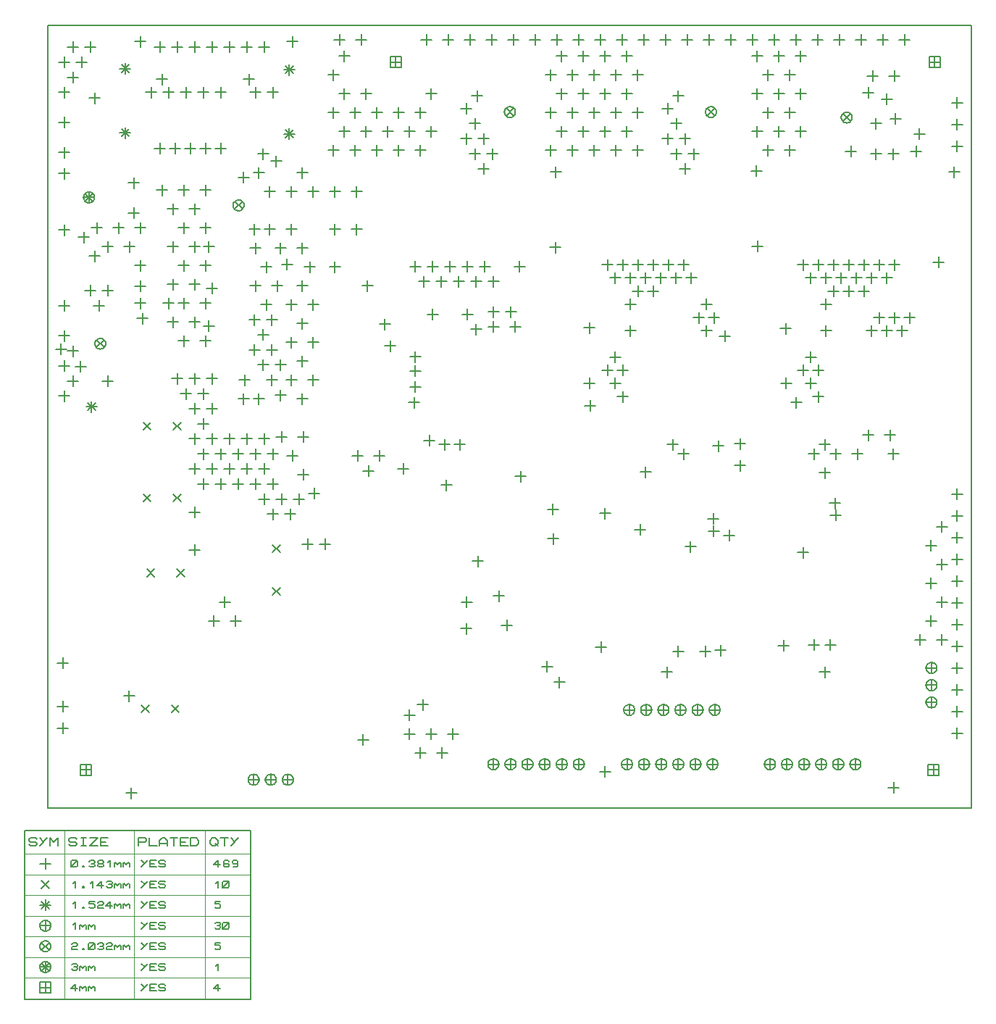
<source format=gbr>
G04 PROTEUS RS274X GERBER FILE*
%FSLAX45Y45*%
%MOMM*%
G01*
%ADD38C,0.203200*%
%ADD128C,0.127000*%
%ADD129C,0.063500*%
D38*
X+3213100Y-1434154D02*
X+3213100Y-1561154D01*
X+3149600Y-1497654D02*
X+3276600Y-1497654D01*
X+3213100Y-1244600D02*
X+3213100Y-1371600D01*
X+3149600Y-1308100D02*
X+3276600Y-1308100D01*
X+3213100Y-1082202D02*
X+3213100Y-1209202D01*
X+3149600Y-1145702D02*
X+3276600Y-1145702D01*
X+4127500Y-554274D02*
X+4127500Y-681274D01*
X+4064000Y-617774D02*
X+4191000Y-617774D01*
X+4330700Y-554274D02*
X+4330700Y-681274D01*
X+4267200Y-617774D02*
X+4394200Y-617774D01*
X+3314700Y-202322D02*
X+3314700Y-329322D01*
X+3251200Y-265822D02*
X+3378200Y-265822D01*
X+3517900Y-202322D02*
X+3517900Y-329322D01*
X+3454400Y-265822D02*
X+3581400Y-265822D01*
X+3721100Y-202322D02*
X+3721100Y-329322D01*
X+3657600Y-265822D02*
X+3784600Y-265822D01*
X+3924300Y-202322D02*
X+3924300Y-329322D01*
X+3860800Y-265822D02*
X+3987800Y-265822D01*
X+4127500Y-202322D02*
X+4127500Y-329322D01*
X+4064000Y-265822D02*
X+4191000Y-265822D01*
X+3213100Y-26346D02*
X+3213100Y-153346D01*
X+3149600Y-89846D02*
X+3276600Y-89846D01*
X+3416300Y-26346D02*
X+3416300Y-153346D01*
X+3352800Y-89846D02*
X+3479800Y-89846D01*
X+3619500Y-26346D02*
X+3619500Y-153346D01*
X+3556000Y-89846D02*
X+3683000Y-89846D01*
X+3822700Y-26346D02*
X+3822700Y-153346D01*
X+3759200Y-89846D02*
X+3886200Y-89846D01*
X+4025900Y-26346D02*
X+4025900Y-153346D01*
X+3962400Y-89846D02*
X+4089400Y-89846D01*
X+4432300Y-26346D02*
X+4432300Y-153346D01*
X+4368800Y-89846D02*
X+4495800Y-89846D01*
X+4013200Y+1115810D02*
X+4013200Y+988810D01*
X+3949700Y+1052310D02*
X+4076700Y+1052310D01*
X+3911600Y+1291786D02*
X+3911600Y+1164786D01*
X+3848100Y+1228286D02*
X+3975100Y+1228286D01*
X+4114800Y+1291786D02*
X+4114800Y+1164786D01*
X+4051300Y+1228286D02*
X+4178300Y+1228286D01*
X+3810000Y+1467762D02*
X+3810000Y+1340762D01*
X+3746500Y+1404262D02*
X+3873500Y+1404262D01*
X+4013200Y+1467762D02*
X+4013200Y+1340762D01*
X+3949700Y+1404262D02*
X+4076700Y+1404262D01*
X+3911600Y+1643738D02*
X+3911600Y+1516738D01*
X+3848100Y+1580238D02*
X+3975100Y+1580238D01*
X+3810000Y+1819714D02*
X+3810000Y+1692714D01*
X+3746500Y+1756214D02*
X+3873500Y+1756214D01*
X+3937000Y+1968500D02*
X+3937000Y+1841500D01*
X+3873500Y+1905000D02*
X+4000500Y+1905000D01*
X+8597900Y+1291786D02*
X+8597900Y+1164786D01*
X+8534400Y+1228286D02*
X+8661400Y+1228286D01*
X+8801100Y+1291786D02*
X+8801100Y+1164786D01*
X+8737600Y+1228286D02*
X+8864600Y+1228286D01*
X+8597900Y+1643738D02*
X+8597900Y+1516738D01*
X+8534400Y+1580238D02*
X+8661400Y+1580238D01*
X+8724900Y+1930400D02*
X+8724900Y+1803400D01*
X+8661400Y+1866900D02*
X+8788400Y+1866900D01*
X+6363969Y+1115810D02*
X+6363969Y+988810D01*
X+6300469Y+1052310D02*
X+6427469Y+1052310D01*
X+6262369Y+1291786D02*
X+6262369Y+1164786D01*
X+6198869Y+1228286D02*
X+6325869Y+1228286D01*
X+6465569Y+1291786D02*
X+6465569Y+1164786D01*
X+6402069Y+1228286D02*
X+6529069Y+1228286D01*
X+6160769Y+1467762D02*
X+6160769Y+1340762D01*
X+6097269Y+1404262D02*
X+6224269Y+1404262D01*
X+6363969Y+1467762D02*
X+6363969Y+1340762D01*
X+6300469Y+1404262D02*
X+6427469Y+1404262D01*
X+6262369Y+1643738D02*
X+6262369Y+1516738D01*
X+6198869Y+1580238D02*
X+6325869Y+1580238D01*
X+6160769Y+1819714D02*
X+6160769Y+1692714D01*
X+6097269Y+1756214D02*
X+6224269Y+1756214D01*
X+6286500Y+1968500D02*
X+6286500Y+1841500D01*
X+6223000Y+1905000D02*
X+6350000Y+1905000D01*
X+7747000Y-3365500D02*
X+7747000Y-3492500D01*
X+7683500Y-3429000D02*
X+7810500Y-3429000D01*
X+6428649Y-3300010D02*
X+6428649Y-3427010D01*
X+6365149Y-3363510D02*
X+6492149Y-3363510D01*
X+3200400Y-1612900D02*
X+3200400Y-1739900D01*
X+3136900Y-1676400D02*
X+3263900Y-1676400D01*
X+4127500Y-730250D02*
X+4127500Y-857250D01*
X+4064000Y-793750D02*
X+4191000Y-793750D01*
X+4381500Y-730250D02*
X+4381500Y-857250D01*
X+4318000Y-793750D02*
X+4445000Y-793750D01*
X-134100Y-5041900D02*
X-134100Y-5168900D01*
X-197600Y-5105400D02*
X-70600Y-5105400D01*
X+1472186Y-471690D02*
X+1472186Y-598690D01*
X+1408686Y-535190D02*
X+1535686Y-535190D01*
X+1345186Y-251720D02*
X+1345186Y-378720D01*
X+1281686Y-315220D02*
X+1408686Y-315220D01*
X+1599186Y-251720D02*
X+1599186Y-378720D01*
X+1535686Y-315220D02*
X+1662686Y-315220D01*
X+1472186Y-31750D02*
X+1472186Y-158750D01*
X+1408686Y-95250D02*
X+1535686Y-95250D01*
X+1345186Y+188220D02*
X+1345186Y+61220D01*
X+1281686Y+124720D02*
X+1408686Y+124720D01*
X+1714500Y+0D02*
X+1714500Y-127000D01*
X+1651000Y-63500D02*
X+1778000Y-63500D01*
X+1206500Y+1016000D02*
X+1206500Y+889000D01*
X+1143000Y+952500D02*
X+1270000Y+952500D01*
X+1587500Y+1206500D02*
X+1587500Y+1079500D01*
X+1524000Y+1143000D02*
X+1651000Y+1143000D01*
X+8305800Y+1321045D02*
X+8305800Y+1194045D01*
X+8242300Y+1257545D02*
X+8369300Y+1257545D01*
X+9067800Y+1321045D02*
X+9067800Y+1194045D01*
X+9004300Y+1257545D02*
X+9131300Y+1257545D01*
X+8509000Y+2006600D02*
X+8509000Y+1879600D01*
X+8445500Y+1943100D02*
X+8572500Y+1943100D01*
X+8559800Y+2200925D02*
X+8559800Y+2073925D01*
X+8496300Y+2137425D02*
X+8623300Y+2137425D01*
X+8813800Y+2200925D02*
X+8813800Y+2073925D01*
X+8750300Y+2137425D02*
X+8877300Y+2137425D01*
X+4191000Y-3873500D02*
X+4191000Y-4000500D01*
X+4127500Y-3937000D02*
X+4254500Y-3937000D01*
X+7519052Y-4456396D02*
X+7519052Y-4583396D01*
X+7455552Y-4519896D02*
X+7582552Y-4519896D01*
X+7874000Y-4445000D02*
X+7874000Y-4572000D01*
X+7810500Y-4508500D02*
X+7937500Y-4508500D01*
X+3811743Y-3946408D02*
X+3811743Y-4073408D01*
X+3748243Y-4009908D02*
X+3875243Y-4009908D01*
X+3810000Y-4254500D02*
X+3810000Y-4381500D01*
X+3746500Y-4318000D02*
X+3873500Y-4318000D01*
X+4445000Y-2476500D02*
X+4445000Y-2603500D01*
X+4381500Y-2540000D02*
X+4508500Y-2540000D01*
X+6756400Y-2120900D02*
X+6756400Y-2247900D01*
X+6692900Y-2184400D02*
X+6819900Y-2184400D01*
X+508000Y-895105D02*
X+508000Y-1022105D01*
X+444500Y-958605D02*
X+571500Y-958605D01*
X+762000Y-895105D02*
X+762000Y-1022105D01*
X+698500Y-958605D02*
X+825500Y-958605D01*
X+381000Y-675135D02*
X+381000Y-802135D01*
X+317500Y-738635D02*
X+444500Y-738635D01*
X+635000Y-675135D02*
X+635000Y-802135D01*
X+571500Y-738635D02*
X+698500Y-738635D01*
X+0Y-455165D02*
X+0Y-582165D01*
X-63500Y-518665D02*
X+63500Y-518665D01*
X+508000Y-455165D02*
X+508000Y-582165D01*
X+444500Y-518665D02*
X+571500Y-518665D01*
X+762000Y-455165D02*
X+762000Y-582165D01*
X+698500Y-518665D02*
X+825500Y-518665D01*
X+381000Y-235195D02*
X+381000Y-362195D01*
X+317500Y-298695D02*
X+444500Y-298695D01*
X+635000Y-235195D02*
X+635000Y-362195D01*
X+571500Y-298695D02*
X+698500Y-298695D01*
X+0Y-15225D02*
X+0Y-142225D01*
X-63500Y-78725D02*
X+63500Y-78725D01*
X+508000Y-15225D02*
X+508000Y-142225D01*
X+444500Y-78725D02*
X+571500Y-78725D01*
X+762000Y-15225D02*
X+762000Y-142225D01*
X+698500Y-78725D02*
X+825500Y-78725D01*
X-381000Y+204745D02*
X-381000Y+77745D01*
X-444500Y+141245D02*
X-317500Y+141245D01*
X-127000Y+204745D02*
X-127000Y+77745D01*
X-190500Y+141245D02*
X-63500Y+141245D01*
X+381000Y+204745D02*
X+381000Y+77745D01*
X+317500Y+141245D02*
X+444500Y+141245D01*
X+635000Y+204745D02*
X+635000Y+77745D01*
X+571500Y+141245D02*
X+698500Y+141245D01*
X-508000Y+424715D02*
X-508000Y+297715D01*
X-571500Y+361215D02*
X-444500Y+361215D01*
X-254000Y+424715D02*
X-254000Y+297715D01*
X-317500Y+361215D02*
X-190500Y+361215D01*
X+0Y+424715D02*
X+0Y+297715D01*
X-63500Y+361215D02*
X+63500Y+361215D01*
X+508000Y+424715D02*
X+508000Y+297715D01*
X+444500Y+361215D02*
X+571500Y+361215D01*
X+762000Y+424715D02*
X+762000Y+297715D01*
X+698500Y+361215D02*
X+825500Y+361215D01*
X+381000Y+644685D02*
X+381000Y+517685D01*
X+317500Y+581185D02*
X+444500Y+581185D01*
X+635000Y+644685D02*
X+635000Y+517685D01*
X+571500Y+581185D02*
X+698500Y+581185D01*
X+254000Y+864655D02*
X+254000Y+737655D01*
X+190500Y+801155D02*
X+317500Y+801155D01*
X+508000Y+864655D02*
X+508000Y+737655D01*
X+444500Y+801155D02*
X+571500Y+801155D01*
X+762000Y+864655D02*
X+762000Y+737655D01*
X+698500Y+801155D02*
X+825500Y+801155D01*
X+5384021Y-4472075D02*
X+5384021Y-4599075D01*
X+5320521Y-4535575D02*
X+5447521Y-4535575D01*
X+4283159Y-4219511D02*
X+4283159Y-4346511D01*
X+4219659Y-4283011D02*
X+4346659Y-4283011D01*
X+4826045Y-3204260D02*
X+4826045Y-3331260D01*
X+4762545Y-3267760D02*
X+4889545Y-3267760D01*
X+2667000Y-2413000D02*
X+2667000Y-2540000D01*
X+2603500Y-2476500D02*
X+2730500Y-2476500D01*
X+7543800Y-749300D02*
X+7543800Y-876300D01*
X+7480300Y-812800D02*
X+7607300Y-812800D01*
X+8127850Y-2930366D02*
X+8127850Y-3057366D01*
X+8064350Y-2993866D02*
X+8191350Y-2993866D01*
X+8118219Y-2790214D02*
X+8118219Y-2917214D01*
X+8054719Y-2853714D02*
X+8181719Y-2853714D01*
X+5249412Y-740676D02*
X+5249412Y-867676D01*
X+5185912Y-804176D02*
X+5312912Y-804176D01*
X+6696244Y-2972270D02*
X+6696244Y-3099270D01*
X+6632744Y-3035770D02*
X+6759744Y-3035770D01*
X+5257800Y-1651000D02*
X+5257800Y-1778000D01*
X+5194300Y-1714500D02*
X+5321300Y-1714500D01*
X+5905500Y-2425700D02*
X+5905500Y-2552700D01*
X+5842000Y-2489200D02*
X+5969000Y-2489200D01*
X+6698805Y-3117294D02*
X+6698805Y-3244294D01*
X+6635305Y-3180794D02*
X+6762305Y-3180794D01*
X+7664736Y-1613363D02*
X+7664736Y-1740363D01*
X+7601236Y-1676863D02*
X+7728236Y-1676863D01*
X+8001000Y-2434895D02*
X+8001000Y-2561895D01*
X+7937500Y-2498395D02*
X+8064500Y-2498395D01*
X+6350000Y-2214925D02*
X+6350000Y-2341925D01*
X+6286500Y-2278425D02*
X+6413500Y-2278425D01*
X+7874000Y-2214925D02*
X+7874000Y-2341925D01*
X+7810500Y-2278425D02*
X+7937500Y-2278425D01*
X+8128000Y-2214925D02*
X+8128000Y-2341925D01*
X+8064500Y-2278425D02*
X+8191500Y-2278425D01*
X+8382000Y-2214925D02*
X+8382000Y-2341925D01*
X+8318500Y-2278425D02*
X+8445500Y-2278425D01*
X+8509000Y-1994955D02*
X+8509000Y-2121955D01*
X+8445500Y-2058455D02*
X+8572500Y-2058455D01*
X+8763000Y-1994955D02*
X+8763000Y-2121955D01*
X+8699500Y-2058455D02*
X+8826500Y-2058455D01*
X+1218186Y-1351570D02*
X+1218186Y-1478570D01*
X+1154686Y-1415070D02*
X+1281686Y-1415070D01*
X+1980186Y-31750D02*
X+1980186Y-158750D01*
X+1916686Y-95250D02*
X+2043686Y-95250D01*
X+3924300Y-760414D02*
X+3924300Y-887414D01*
X+3860800Y-823914D02*
X+3987800Y-823914D01*
X+3416300Y-584438D02*
X+3416300Y-711438D01*
X+3352800Y-647938D02*
X+3479800Y-647938D01*
X+3822700Y-584438D02*
X+3822700Y-711438D01*
X+3759200Y-647938D02*
X+3886200Y-647938D01*
X+7924800Y-1545385D02*
X+7924800Y-1672385D01*
X+7861300Y-1608885D02*
X+7988300Y-1608885D01*
X+7835900Y-1391406D02*
X+7835900Y-1518406D01*
X+7772400Y-1454906D02*
X+7899400Y-1454906D01*
X+7747000Y-1237427D02*
X+7747000Y-1364427D01*
X+7683500Y-1300927D02*
X+7810500Y-1300927D01*
X+7924800Y-1237427D02*
X+7924800Y-1364427D01*
X+7861300Y-1300927D02*
X+7988300Y-1300927D01*
X+7835900Y-1083448D02*
X+7835900Y-1210448D01*
X+7772400Y-1146948D02*
X+7899400Y-1146948D01*
X+8013700Y-775490D02*
X+8013700Y-902490D01*
X+7950200Y-838990D02*
X+8077200Y-838990D01*
X+8547100Y-775490D02*
X+8547100Y-902490D01*
X+8483600Y-838990D02*
X+8610600Y-838990D01*
X+8724900Y-775490D02*
X+8724900Y-902490D01*
X+8661400Y-838990D02*
X+8788400Y-838990D01*
X+8902700Y-775490D02*
X+8902700Y-902490D01*
X+8839200Y-838990D02*
X+8966200Y-838990D01*
X+8636000Y-621511D02*
X+8636000Y-748511D01*
X+8572500Y-685011D02*
X+8699500Y-685011D01*
X+8813800Y-621511D02*
X+8813800Y-748511D01*
X+8750300Y-685011D02*
X+8877300Y-685011D01*
X+8991600Y-621511D02*
X+8991600Y-748511D01*
X+8928100Y-685011D02*
X+9055100Y-685011D01*
X+8013700Y-467532D02*
X+8013700Y-594532D01*
X+7950200Y-531032D02*
X+8077200Y-531032D01*
X+8102600Y-313553D02*
X+8102600Y-440553D01*
X+8039100Y-377053D02*
X+8166100Y-377053D01*
X+8280400Y-313553D02*
X+8280400Y-440553D01*
X+8216900Y-377053D02*
X+8343900Y-377053D01*
X+8458200Y-313553D02*
X+8458200Y-440553D01*
X+8394700Y-377053D02*
X+8521700Y-377053D01*
X+7835900Y-159574D02*
X+7835900Y-286574D01*
X+7772400Y-223074D02*
X+7899400Y-223074D01*
X+8013700Y-159574D02*
X+8013700Y-286574D01*
X+7950200Y-223074D02*
X+8077200Y-223074D01*
X+8191500Y-159574D02*
X+8191500Y-286574D01*
X+8128000Y-223074D02*
X+8255000Y-223074D01*
X+8369300Y-159574D02*
X+8369300Y-286574D01*
X+8305800Y-223074D02*
X+8432800Y-223074D01*
X+8547100Y-159574D02*
X+8547100Y-286574D01*
X+8483600Y-223074D02*
X+8610600Y-223074D01*
X+8724900Y-159574D02*
X+8724900Y-286574D01*
X+8661400Y-223074D02*
X+8788400Y-223074D01*
X+7747000Y-5595D02*
X+7747000Y-132595D01*
X+7683500Y-69095D02*
X+7810500Y-69095D01*
X+7924800Y-5595D02*
X+7924800Y-132595D01*
X+7861300Y-69095D02*
X+7988300Y-69095D01*
X+8102600Y-5595D02*
X+8102600Y-132595D01*
X+8039100Y-69095D02*
X+8166100Y-69095D01*
X+8280400Y-5595D02*
X+8280400Y-132595D01*
X+8216900Y-69095D02*
X+8343900Y-69095D01*
X+8458200Y-5595D02*
X+8458200Y-132595D01*
X+8394700Y-69095D02*
X+8521700Y-69095D01*
X+8636000Y-5595D02*
X+8636000Y-132595D01*
X+8572500Y-69095D02*
X+8699500Y-69095D01*
X+8813800Y-5595D02*
X+8813800Y-132595D01*
X+8750300Y-69095D02*
X+8877300Y-69095D01*
X+5638800Y-1545385D02*
X+5638800Y-1672385D01*
X+5575300Y-1608885D02*
X+5702300Y-1608885D01*
X+5549900Y-1391406D02*
X+5549900Y-1518406D01*
X+5486400Y-1454906D02*
X+5613400Y-1454906D01*
X+5461000Y-1237427D02*
X+5461000Y-1364427D01*
X+5397500Y-1300927D02*
X+5524500Y-1300927D01*
X+5638800Y-1237427D02*
X+5638800Y-1364427D01*
X+5575300Y-1300927D02*
X+5702300Y-1300927D01*
X+5549900Y-1083448D02*
X+5549900Y-1210448D01*
X+5486400Y-1146948D02*
X+5613400Y-1146948D01*
X+5727700Y-775490D02*
X+5727700Y-902490D01*
X+5664200Y-838990D02*
X+5791200Y-838990D01*
X+6616700Y-775490D02*
X+6616700Y-902490D01*
X+6553200Y-838990D02*
X+6680200Y-838990D01*
X+6527800Y-621511D02*
X+6527800Y-748511D01*
X+6464300Y-685011D02*
X+6591300Y-685011D01*
X+6705600Y-621511D02*
X+6705600Y-748511D01*
X+6642100Y-685011D02*
X+6769100Y-685011D01*
X+5727700Y-467532D02*
X+5727700Y-594532D01*
X+5664200Y-531032D02*
X+5791200Y-531032D01*
X+6616700Y-467532D02*
X+6616700Y-594532D01*
X+6553200Y-531032D02*
X+6680200Y-531032D01*
X+5816600Y-313553D02*
X+5816600Y-440553D01*
X+5753100Y-377053D02*
X+5880100Y-377053D01*
X+5994400Y-313553D02*
X+5994400Y-440553D01*
X+5930900Y-377053D02*
X+6057900Y-377053D01*
X+5549900Y-159574D02*
X+5549900Y-286574D01*
X+5486400Y-223074D02*
X+5613400Y-223074D01*
X+5727700Y-159574D02*
X+5727700Y-286574D01*
X+5664200Y-223074D02*
X+5791200Y-223074D01*
X+5905500Y-159574D02*
X+5905500Y-286574D01*
X+5842000Y-223074D02*
X+5969000Y-223074D01*
X+6083300Y-159574D02*
X+6083300Y-286574D01*
X+6019800Y-223074D02*
X+6146800Y-223074D01*
X+6261100Y-159574D02*
X+6261100Y-286574D01*
X+6197600Y-223074D02*
X+6324600Y-223074D01*
X+6438900Y-159574D02*
X+6438900Y-286574D01*
X+6375400Y-223074D02*
X+6502400Y-223074D01*
X+5461000Y-5595D02*
X+5461000Y-132595D01*
X+5397500Y-69095D02*
X+5524500Y-69095D01*
X+5638800Y-5595D02*
X+5638800Y-132595D01*
X+5575300Y-69095D02*
X+5702300Y-69095D01*
X+5816600Y-5595D02*
X+5816600Y-132595D01*
X+5753100Y-69095D02*
X+5880100Y-69095D01*
X+5994400Y-5595D02*
X+5994400Y-132595D01*
X+5930900Y-69095D02*
X+6057900Y-69095D01*
X+6172200Y-5595D02*
X+6172200Y-132595D01*
X+6108700Y-69095D02*
X+6235700Y-69095D01*
X+6350000Y-5595D02*
X+6350000Y-132595D01*
X+6286500Y-69095D02*
X+6413500Y-69095D01*
X+7010400Y-2349500D02*
X+7010400Y-2476500D01*
X+6946900Y-2413000D02*
X+7073900Y-2413000D01*
X+3556000Y-2104941D02*
X+3556000Y-2231941D01*
X+3492500Y-2168441D02*
X+3619500Y-2168441D01*
X+3733800Y-2104941D02*
X+3733800Y-2231941D01*
X+3670300Y-2168441D02*
X+3797300Y-2168441D01*
X+6223000Y-2104941D02*
X+6223000Y-2231941D01*
X+6159500Y-2168441D02*
X+6286500Y-2168441D01*
X+8001000Y-2104941D02*
X+8001000Y-2231941D01*
X+7937500Y-2168441D02*
X+8064500Y-2168441D01*
X+800100Y-719130D02*
X+800100Y-846130D01*
X+736600Y-782630D02*
X+863600Y-782630D01*
X+0Y-257193D02*
X+0Y-384193D01*
X-63500Y-320693D02*
X+63500Y-320693D01*
X+800100Y+204744D02*
X+800100Y+77744D01*
X+736600Y+141244D02*
X+863600Y+141244D01*
X+8826500Y+1701800D02*
X+8826500Y+1574800D01*
X+8763000Y+1638300D02*
X+8890000Y+1638300D01*
X+9105900Y+1524000D02*
X+9105900Y+1397000D01*
X+9042400Y+1460500D02*
X+9169400Y+1460500D01*
X+8802625Y-6114044D02*
X+8802625Y-6241044D01*
X+8739125Y-6177544D02*
X+8866125Y-6177544D01*
X+8064500Y-4445000D02*
X+8064500Y-4572000D01*
X+8001000Y-4508500D02*
X+8128000Y-4508500D01*
X+8001000Y-4762500D02*
X+8001000Y-4889500D01*
X+7937500Y-4826000D02*
X+8064500Y-4826000D01*
X+6286500Y-4521200D02*
X+6286500Y-4648200D01*
X+6223000Y-4584700D02*
X+6350000Y-4584700D01*
X+6604000Y-4521200D02*
X+6604000Y-4648200D01*
X+6540500Y-4584700D02*
X+6667500Y-4584700D01*
X+6153231Y-4763444D02*
X+6153231Y-4890444D01*
X+6089731Y-4826944D02*
X+6216731Y-4826944D01*
X+6778656Y-4508079D02*
X+6778656Y-4635079D01*
X+6715156Y-4571579D02*
X+6842156Y-4571579D01*
X+1955800Y-3270634D02*
X+1955800Y-3397634D01*
X+1892300Y-3334134D02*
X+2019300Y-3334134D01*
X+2159000Y-3270634D02*
X+2159000Y-3397634D01*
X+2095500Y-3334134D02*
X+2222500Y-3334134D01*
X+1549400Y-2918682D02*
X+1549400Y-3045682D01*
X+1485900Y-2982182D02*
X+1612900Y-2982182D01*
X+1752600Y-2918682D02*
X+1752600Y-3045682D01*
X+1689100Y-2982182D02*
X+1816100Y-2982182D01*
X+1447800Y-2742706D02*
X+1447800Y-2869706D01*
X+1384300Y-2806206D02*
X+1511300Y-2806206D01*
X+1651000Y-2742706D02*
X+1651000Y-2869706D01*
X+1587500Y-2806206D02*
X+1714500Y-2806206D01*
X+1854200Y-2742706D02*
X+1854200Y-2869706D01*
X+1790700Y-2806206D02*
X+1917700Y-2806206D01*
X+736600Y-2566730D02*
X+736600Y-2693730D01*
X+673100Y-2630230D02*
X+800100Y-2630230D01*
X+939800Y-2566730D02*
X+939800Y-2693730D01*
X+876300Y-2630230D02*
X+1003300Y-2630230D01*
X+1143000Y-2566730D02*
X+1143000Y-2693730D01*
X+1079500Y-2630230D02*
X+1206500Y-2630230D01*
X+1346200Y-2566730D02*
X+1346200Y-2693730D01*
X+1282700Y-2630230D02*
X+1409700Y-2630230D01*
X+1549400Y-2566730D02*
X+1549400Y-2693730D01*
X+1485900Y-2630230D02*
X+1612900Y-2630230D01*
X+635000Y-2390754D02*
X+635000Y-2517754D01*
X+571500Y-2454254D02*
X+698500Y-2454254D01*
X+838200Y-2390754D02*
X+838200Y-2517754D01*
X+774700Y-2454254D02*
X+901700Y-2454254D01*
X+1041400Y-2390754D02*
X+1041400Y-2517754D01*
X+977900Y-2454254D02*
X+1104900Y-2454254D01*
X+1244600Y-2390754D02*
X+1244600Y-2517754D01*
X+1181100Y-2454254D02*
X+1308100Y-2454254D01*
X+1447800Y-2390754D02*
X+1447800Y-2517754D01*
X+1384300Y-2454254D02*
X+1511300Y-2454254D01*
X+3073400Y-2390754D02*
X+3073400Y-2517754D01*
X+3009900Y-2454254D02*
X+3136900Y-2454254D01*
X+736600Y-2214778D02*
X+736600Y-2341778D01*
X+673100Y-2278278D02*
X+800100Y-2278278D01*
X+939800Y-2214778D02*
X+939800Y-2341778D01*
X+876300Y-2278278D02*
X+1003300Y-2278278D01*
X+1143000Y-2214778D02*
X+1143000Y-2341778D01*
X+1079500Y-2278278D02*
X+1206500Y-2278278D01*
X+1346200Y-2214778D02*
X+1346200Y-2341778D01*
X+1282700Y-2278278D02*
X+1409700Y-2278278D01*
X+1549400Y-2214778D02*
X+1549400Y-2341778D01*
X+1485900Y-2278278D02*
X+1612900Y-2278278D01*
X+635000Y-2038802D02*
X+635000Y-2165802D01*
X+571500Y-2102302D02*
X+698500Y-2102302D01*
X+838200Y-2038802D02*
X+838200Y-2165802D01*
X+774700Y-2102302D02*
X+901700Y-2102302D01*
X+1041400Y-2038802D02*
X+1041400Y-2165802D01*
X+977900Y-2102302D02*
X+1104900Y-2102302D01*
X+1244600Y-2038802D02*
X+1244600Y-2165802D01*
X+1181100Y-2102302D02*
X+1308100Y-2102302D01*
X+1447800Y-2038802D02*
X+1447800Y-2165802D01*
X+1384300Y-2102302D02*
X+1511300Y-2102302D01*
X+7010400Y-2095500D02*
X+7010400Y-2222500D01*
X+6946900Y-2159000D02*
X+7073900Y-2159000D01*
X+736600Y-1862826D02*
X+736600Y-1989826D01*
X+673100Y-1926326D02*
X+800100Y-1926326D01*
X+635000Y-1686850D02*
X+635000Y-1813850D01*
X+571500Y-1750350D02*
X+698500Y-1750350D01*
X+838200Y-1686850D02*
X+838200Y-1813850D01*
X+774700Y-1750350D02*
X+901700Y-1750350D01*
X+533400Y-1510874D02*
X+533400Y-1637874D01*
X+469900Y-1574374D02*
X+596900Y-1574374D01*
X+736600Y-1510874D02*
X+736600Y-1637874D01*
X+673100Y-1574374D02*
X+800100Y-1574374D01*
X+431800Y-1334898D02*
X+431800Y-1461898D01*
X+368300Y-1398398D02*
X+495300Y-1398398D01*
X+635000Y-1334898D02*
X+635000Y-1461898D01*
X+571500Y-1398398D02*
X+698500Y-1398398D01*
X+838200Y-1334898D02*
X+838200Y-1461898D01*
X+774700Y-1398398D02*
X+901700Y-1398398D01*
X+25400Y-630994D02*
X+25400Y-757994D01*
X-38100Y-694494D02*
X+88900Y-694494D01*
X+330200Y-455018D02*
X+330200Y-582018D01*
X+266700Y-518518D02*
X+393700Y-518518D01*
X+838200Y-279042D02*
X+838200Y-406042D01*
X+774700Y-342542D02*
X+901700Y-342542D01*
X-660400Y+317500D02*
X-660400Y+190500D01*
X-723900Y+254000D02*
X-596900Y+254000D01*
X-76200Y+600838D02*
X-76200Y+473838D01*
X-139700Y+537338D02*
X-12700Y+537338D01*
X-76200Y+952790D02*
X-76200Y+825790D01*
X-139700Y+889290D02*
X-12700Y+889290D01*
X-889000Y+1304742D02*
X-889000Y+1177742D01*
X-952500Y+1241242D02*
X-825500Y+1241242D01*
X-889000Y+1656694D02*
X-889000Y+1529694D01*
X-952500Y+1593194D02*
X-825500Y+1593194D01*
X-889000Y+2008646D02*
X-889000Y+1881646D01*
X-952500Y+1945146D02*
X-825500Y+1945146D01*
X+127000Y+2008646D02*
X+127000Y+1881646D01*
X+63500Y+1945146D02*
X+190500Y+1945146D01*
X+330200Y+2008646D02*
X+330200Y+1881646D01*
X+266700Y+1945146D02*
X+393700Y+1945146D01*
X+533400Y+2008646D02*
X+533400Y+1881646D01*
X+469900Y+1945146D02*
X+596900Y+1945146D01*
X+736600Y+2008646D02*
X+736600Y+1881646D01*
X+673100Y+1945146D02*
X+800100Y+1945146D01*
X+939800Y+2008646D02*
X+939800Y+1881646D01*
X+876300Y+1945146D02*
X+1003300Y+1945146D01*
X+1346200Y+2008646D02*
X+1346200Y+1881646D01*
X+1282700Y+1945146D02*
X+1409700Y+1945146D01*
X+1549400Y+2008646D02*
X+1549400Y+1881646D01*
X+1485900Y+1945146D02*
X+1612900Y+1945146D01*
X-787400Y+2184622D02*
X-787400Y+2057622D01*
X-850900Y+2121122D02*
X-723900Y+2121122D01*
X-889000Y+2360598D02*
X-889000Y+2233598D01*
X-952500Y+2297098D02*
X-825500Y+2297098D01*
X-685800Y+2360598D02*
X-685800Y+2233598D01*
X-749300Y+2297098D02*
X-622300Y+2297098D01*
X-787400Y+2536574D02*
X-787400Y+2409574D01*
X-850900Y+2473074D02*
X-723900Y+2473074D01*
X-584200Y+2536574D02*
X-584200Y+2409574D01*
X-647700Y+2473074D02*
X-520700Y+2473074D01*
X+228600Y+2536574D02*
X+228600Y+2409574D01*
X+165100Y+2473074D02*
X+292100Y+2473074D01*
X+431800Y+2536574D02*
X+431800Y+2409574D01*
X+368300Y+2473074D02*
X+495300Y+2473074D01*
X+635000Y+2536574D02*
X+635000Y+2409574D01*
X+571500Y+2473074D02*
X+698500Y+2473074D01*
X+838200Y+2536574D02*
X+838200Y+2409574D01*
X+774700Y+2473074D02*
X+901700Y+2473074D01*
X+1041400Y+2536574D02*
X+1041400Y+2409574D01*
X+977900Y+2473074D02*
X+1104900Y+2473074D01*
X+1244600Y+2536574D02*
X+1244600Y+2409574D01*
X+1181100Y+2473074D02*
X+1308100Y+2473074D01*
X+1447800Y+2536574D02*
X+1447800Y+2409574D01*
X+1384300Y+2473074D02*
X+1511300Y+2473074D01*
X-698500Y-1193800D02*
X-698500Y-1320800D01*
X-762000Y-1257300D02*
X-635000Y-1257300D01*
X-927100Y-990600D02*
X-927100Y-1117600D01*
X-990600Y-1054100D02*
X-863600Y-1054100D01*
X-889000Y-1539436D02*
X-889000Y-1666436D01*
X-952500Y-1602936D02*
X-825500Y-1602936D01*
X-787400Y-1363460D02*
X-787400Y-1490460D01*
X-850900Y-1426960D02*
X-723900Y-1426960D01*
X-381000Y-1363460D02*
X-381000Y-1490460D01*
X-444500Y-1426960D02*
X-317500Y-1426960D01*
X-889000Y-1187484D02*
X-889000Y-1314484D01*
X-952500Y-1250984D02*
X-825500Y-1250984D01*
X-787400Y-1011508D02*
X-787400Y-1138508D01*
X-850900Y-1075008D02*
X-723900Y-1075008D01*
X-889000Y-835532D02*
X-889000Y-962532D01*
X-952500Y-899032D02*
X-825500Y-899032D01*
X-889000Y-483580D02*
X-889000Y-610580D01*
X-952500Y-547080D02*
X-825500Y-547080D01*
X-482600Y-483580D02*
X-482600Y-610580D01*
X-546100Y-547080D02*
X-419100Y-547080D01*
X-584200Y-307604D02*
X-584200Y-434604D01*
X-647700Y-371104D02*
X-520700Y-371104D01*
X-381000Y-307604D02*
X-381000Y-434604D01*
X-444500Y-371104D02*
X-317500Y-371104D01*
X+1638300Y-1527546D02*
X+1638300Y-1654546D01*
X+1574800Y-1591046D02*
X+1701800Y-1591046D01*
X+1536700Y-1351570D02*
X+1536700Y-1478570D01*
X+1473200Y-1415070D02*
X+1600200Y-1415070D01*
X+1435100Y-1175594D02*
X+1435100Y-1302594D01*
X+1371600Y-1239094D02*
X+1498600Y-1239094D01*
X+1638300Y-1175594D02*
X+1638300Y-1302594D01*
X+1574800Y-1239094D02*
X+1701800Y-1239094D01*
X+1333500Y-999618D02*
X+1333500Y-1126618D01*
X+1270000Y-1063118D02*
X+1397000Y-1063118D01*
X+1536700Y-999618D02*
X+1536700Y-1126618D01*
X+1473200Y-1063118D02*
X+1600200Y-1063118D01*
X+1435100Y-823642D02*
X+1435100Y-950642D01*
X+1371600Y-887142D02*
X+1498600Y-887142D01*
X+1333500Y-647666D02*
X+1333500Y-774666D01*
X+1270000Y-711166D02*
X+1397000Y-711166D01*
X+1536700Y-647666D02*
X+1536700Y-774666D01*
X+1473200Y-711166D02*
X+1600200Y-711166D01*
X+1333500Y+408190D02*
X+1333500Y+281190D01*
X+1270000Y+344690D02*
X+1397000Y+344690D01*
X+1435100Y+1288070D02*
X+1435100Y+1161070D01*
X+1371600Y+1224570D02*
X+1498600Y+1224570D01*
X+3145817Y-5269603D02*
X+3145817Y-5396603D01*
X+3082317Y-5333103D02*
X+3209317Y-5333103D01*
X+4895850Y-4883150D02*
X+4895850Y-5010150D01*
X+4832350Y-4946650D02*
X+4959350Y-4946650D01*
X+3944752Y-3469050D02*
X+3944752Y-3596050D01*
X+3881252Y-3532550D02*
X+4008252Y-3532550D01*
X+5431385Y-2908300D02*
X+5431385Y-3035300D01*
X+5367885Y-2971800D02*
X+5494885Y-2971800D01*
X+2857500Y-698500D02*
X+2857500Y-825500D01*
X+2794000Y-762000D02*
X+2921000Y-762000D01*
X+2921000Y-952500D02*
X+2921000Y-1079500D01*
X+2857500Y-1016000D02*
X+2984500Y-1016000D01*
X+3576345Y-2579622D02*
X+3576345Y-2706622D01*
X+3512845Y-2643122D02*
X+3639845Y-2643122D01*
X+4818888Y-2861788D02*
X+4818888Y-2988788D01*
X+4755388Y-2925288D02*
X+4882388Y-2925288D01*
X+5842000Y-3098800D02*
X+5842000Y-3225800D01*
X+5778500Y-3162300D02*
X+5905500Y-3162300D01*
X+3302000Y-5143500D02*
X+3302000Y-5270500D01*
X+3238500Y-5207000D02*
X+3365500Y-5207000D01*
X+4752309Y-4701509D02*
X+4752309Y-4828509D01*
X+4688809Y-4765009D02*
X+4815809Y-4765009D01*
X+1206500Y-1571540D02*
X+1206500Y-1698540D01*
X+1143000Y-1635040D02*
X+1270000Y-1635040D01*
X+228600Y+1354061D02*
X+228600Y+1227061D01*
X+165100Y+1290561D02*
X+292100Y+1290561D01*
X+406400Y+1354061D02*
X+406400Y+1227061D01*
X+342900Y+1290561D02*
X+469900Y+1290561D01*
X+584200Y+1354061D02*
X+584200Y+1227061D01*
X+520700Y+1290561D02*
X+647700Y+1290561D01*
X+762000Y+1354061D02*
X+762000Y+1227061D01*
X+698500Y+1290561D02*
X+825500Y+1290561D01*
X+939800Y+1354061D02*
X+939800Y+1227061D01*
X+876300Y+1290561D02*
X+1003300Y+1290561D01*
X+8801100Y-2214778D02*
X+8801100Y-2341778D01*
X+8737600Y-2278278D02*
X+8864600Y-2278278D01*
X+3378200Y-2060799D02*
X+3378200Y-2187799D01*
X+3314700Y-2124299D02*
X+3441700Y-2124299D01*
X-533400Y+94907D02*
X-533400Y-32093D01*
X-596900Y+31407D02*
X-469900Y+31407D01*
X-889000Y+402865D02*
X-889000Y+275865D01*
X-952500Y+339365D02*
X-825500Y+339365D01*
X-533400Y+1942655D02*
X-533400Y+1815655D01*
X-596900Y+1879155D02*
X-469900Y+1879155D01*
X+6883138Y-3166589D02*
X+6883138Y-3293589D01*
X+6819638Y-3230089D02*
X+6946638Y-3230089D01*
X+6832600Y-838200D02*
X+6832600Y-965200D01*
X+6769100Y-901700D02*
X+6896100Y-901700D01*
X+5249124Y-1389822D02*
X+5249124Y-1516822D01*
X+5185624Y-1453322D02*
X+5312624Y-1453322D01*
X+1384300Y-1571540D02*
X+1384300Y-1698540D01*
X+1320800Y-1635040D02*
X+1447800Y-1635040D01*
X+1892300Y-1571540D02*
X+1892300Y-1698540D01*
X+1828800Y-1635040D02*
X+1955800Y-1635040D01*
X+1765300Y-1351570D02*
X+1765300Y-1478570D01*
X+1701800Y-1415070D02*
X+1828800Y-1415070D01*
X+2019300Y-1351570D02*
X+2019300Y-1478570D01*
X+1955800Y-1415070D02*
X+2082800Y-1415070D01*
X+1892300Y-1131600D02*
X+1892300Y-1258600D01*
X+1828800Y-1195100D02*
X+1955800Y-1195100D01*
X+1765300Y-911630D02*
X+1765300Y-1038630D01*
X+1701800Y-975130D02*
X+1828800Y-975130D01*
X+2019300Y-911630D02*
X+2019300Y-1038630D01*
X+1955800Y-975130D02*
X+2082800Y-975130D01*
X+1892300Y-691660D02*
X+1892300Y-818660D01*
X+1828800Y-755160D02*
X+1955800Y-755160D01*
X+1765300Y-471690D02*
X+1765300Y-598690D01*
X+1701800Y-535190D02*
X+1828800Y-535190D01*
X+2019300Y-471690D02*
X+2019300Y-598690D01*
X+1955800Y-535190D02*
X+2082800Y-535190D01*
X+1892300Y-251720D02*
X+1892300Y-378720D01*
X+1828800Y-315220D02*
X+1955800Y-315220D01*
X+2654300Y-251720D02*
X+2654300Y-378720D01*
X+2590800Y-315220D02*
X+2717800Y-315220D01*
X+2273300Y-31750D02*
X+2273300Y-158750D01*
X+2209800Y-95250D02*
X+2336800Y-95250D01*
X+1638300Y+188220D02*
X+1638300Y+61220D01*
X+1574800Y+124720D02*
X+1701800Y+124720D01*
X+1892300Y+188220D02*
X+1892300Y+61220D01*
X+1828800Y+124720D02*
X+1955800Y+124720D01*
X+1511300Y+408190D02*
X+1511300Y+281190D01*
X+1447800Y+344690D02*
X+1574800Y+344690D01*
X+1765300Y+408190D02*
X+1765300Y+281190D01*
X+1701800Y+344690D02*
X+1828800Y+344690D01*
X+2273300Y+408190D02*
X+2273300Y+281190D01*
X+2209800Y+344690D02*
X+2336800Y+344690D01*
X+2527300Y+408190D02*
X+2527300Y+281190D01*
X+2463800Y+344690D02*
X+2590800Y+344690D01*
X+1511300Y+848130D02*
X+1511300Y+721130D01*
X+1447800Y+784630D02*
X+1574800Y+784630D01*
X+1765300Y+848130D02*
X+1765300Y+721130D01*
X+1701800Y+784630D02*
X+1828800Y+784630D01*
X+2019300Y+848130D02*
X+2019300Y+721130D01*
X+1955800Y+784630D02*
X+2082800Y+784630D01*
X+2273300Y+848130D02*
X+2273300Y+721130D01*
X+2209800Y+784630D02*
X+2336800Y+784630D01*
X+2527300Y+848130D02*
X+2527300Y+721130D01*
X+2463800Y+784630D02*
X+2590800Y+784630D01*
X+1384300Y+1068100D02*
X+1384300Y+941100D01*
X+1320800Y+1004600D02*
X+1447800Y+1004600D01*
X+1892300Y+1068100D02*
X+1892300Y+941100D01*
X+1828800Y+1004600D02*
X+1955800Y+1004600D01*
X-106680Y-6179820D02*
X-106680Y-6306820D01*
X-170180Y-6243320D02*
X-43180Y-6243320D01*
X-909320Y-5421093D02*
X-909320Y-5548093D01*
X-972820Y-5484593D02*
X-845820Y-5484593D01*
X-909320Y-5167093D02*
X-909320Y-5294093D01*
X-972820Y-5230593D02*
X-845820Y-5230593D01*
X-909320Y-4659093D02*
X-909320Y-4786093D01*
X-972820Y-4722593D02*
X-845820Y-4722593D01*
X+2326575Y+2623820D02*
X+2326575Y+2496820D01*
X+2263075Y+2560320D02*
X+2390075Y+2560320D01*
X+2580575Y+2623820D02*
X+2580575Y+2496820D01*
X+2517075Y+2560320D02*
X+2644075Y+2560320D01*
X+3342575Y+2623820D02*
X+3342575Y+2496820D01*
X+3279075Y+2560320D02*
X+3406075Y+2560320D01*
X+3596575Y+2623820D02*
X+3596575Y+2496820D01*
X+3533075Y+2560320D02*
X+3660075Y+2560320D01*
X+3850575Y+2623820D02*
X+3850575Y+2496820D01*
X+3787075Y+2560320D02*
X+3914075Y+2560320D01*
X+4104575Y+2623820D02*
X+4104575Y+2496820D01*
X+4041075Y+2560320D02*
X+4168075Y+2560320D01*
X+4358575Y+2623820D02*
X+4358575Y+2496820D01*
X+4295075Y+2560320D02*
X+4422075Y+2560320D01*
X+4612575Y+2623820D02*
X+4612575Y+2496820D01*
X+4549075Y+2560320D02*
X+4676075Y+2560320D01*
X+4866575Y+2623820D02*
X+4866575Y+2496820D01*
X+4803075Y+2560320D02*
X+4930075Y+2560320D01*
X+5120575Y+2623820D02*
X+5120575Y+2496820D01*
X+5057075Y+2560320D02*
X+5184075Y+2560320D01*
X+5374575Y+2623820D02*
X+5374575Y+2496820D01*
X+5311075Y+2560320D02*
X+5438075Y+2560320D01*
X+5628575Y+2623820D02*
X+5628575Y+2496820D01*
X+5565075Y+2560320D02*
X+5692075Y+2560320D01*
X+5882575Y+2623820D02*
X+5882575Y+2496820D01*
X+5819075Y+2560320D02*
X+5946075Y+2560320D01*
X+6136575Y+2623820D02*
X+6136575Y+2496820D01*
X+6073075Y+2560320D02*
X+6200075Y+2560320D01*
X+6390575Y+2623820D02*
X+6390575Y+2496820D01*
X+6327075Y+2560320D02*
X+6454075Y+2560320D01*
X+6644575Y+2623820D02*
X+6644575Y+2496820D01*
X+6581075Y+2560320D02*
X+6708075Y+2560320D01*
X+6898575Y+2623820D02*
X+6898575Y+2496820D01*
X+6835075Y+2560320D02*
X+6962075Y+2560320D01*
X+7152575Y+2623820D02*
X+7152575Y+2496820D01*
X+7089075Y+2560320D02*
X+7216075Y+2560320D01*
X+7406575Y+2623820D02*
X+7406575Y+2496820D01*
X+7343075Y+2560320D02*
X+7470075Y+2560320D01*
X+7660575Y+2623820D02*
X+7660575Y+2496820D01*
X+7597075Y+2560320D02*
X+7724075Y+2560320D01*
X+7914575Y+2623820D02*
X+7914575Y+2496820D01*
X+7851075Y+2560320D02*
X+7978075Y+2560320D01*
X+8168575Y+2623820D02*
X+8168575Y+2496820D01*
X+8105075Y+2560320D02*
X+8232075Y+2560320D01*
X+8422575Y+2623820D02*
X+8422575Y+2496820D01*
X+8359075Y+2560320D02*
X+8486075Y+2560320D01*
X+8676575Y+2623820D02*
X+8676575Y+2496820D01*
X+8613075Y+2560320D02*
X+8740075Y+2560320D01*
X+8930575Y+2623820D02*
X+8930575Y+2496820D01*
X+8867075Y+2560320D02*
X+8994075Y+2560320D01*
X+9545320Y+1885339D02*
X+9545320Y+1758339D01*
X+9481820Y+1821839D02*
X+9608820Y+1821839D01*
X+9545320Y+1631339D02*
X+9545320Y+1504339D01*
X+9481820Y+1567839D02*
X+9608820Y+1567839D01*
X+9545320Y+1377339D02*
X+9545320Y+1250339D01*
X+9481820Y+1313839D02*
X+9608820Y+1313839D01*
X+9545320Y-2686661D02*
X+9545320Y-2813661D01*
X+9481820Y-2750161D02*
X+9608820Y-2750161D01*
X+9545320Y-2940661D02*
X+9545320Y-3067661D01*
X+9481820Y-3004161D02*
X+9608820Y-3004161D01*
X+9545320Y-3194661D02*
X+9545320Y-3321661D01*
X+9481820Y-3258161D02*
X+9608820Y-3258161D01*
X+9545320Y-3448661D02*
X+9545320Y-3575661D01*
X+9481820Y-3512161D02*
X+9608820Y-3512161D01*
X+9545320Y-3702661D02*
X+9545320Y-3829661D01*
X+9481820Y-3766161D02*
X+9608820Y-3766161D01*
X+9545320Y-3956661D02*
X+9545320Y-4083661D01*
X+9481820Y-4020161D02*
X+9608820Y-4020161D01*
X+9545320Y-4210661D02*
X+9545320Y-4337661D01*
X+9481820Y-4274161D02*
X+9608820Y-4274161D01*
X+9545320Y-4464661D02*
X+9545320Y-4591661D01*
X+9481820Y-4528161D02*
X+9608820Y-4528161D01*
X+9545320Y-4718661D02*
X+9545320Y-4845661D01*
X+9481820Y-4782161D02*
X+9608820Y-4782161D01*
X+9545320Y-4972661D02*
X+9545320Y-5099661D01*
X+9481820Y-5036161D02*
X+9608820Y-5036161D01*
X+9545320Y-5226661D02*
X+9545320Y-5353661D01*
X+9481820Y-5290161D02*
X+9608820Y-5290161D01*
X+9545320Y-5480661D02*
X+9545320Y-5607661D01*
X+9481820Y-5544161D02*
X+9608820Y-5544161D01*
X+5430518Y-5926808D02*
X+5430518Y-6053808D01*
X+5367018Y-5990308D02*
X+5494018Y-5990308D01*
X+3271518Y-5706838D02*
X+3271518Y-5833838D01*
X+3208018Y-5770338D02*
X+3335018Y-5770338D01*
X+3525518Y-5706838D02*
X+3525518Y-5833838D01*
X+3462018Y-5770338D02*
X+3589018Y-5770338D01*
X+3144518Y-5486868D02*
X+3144518Y-5613868D01*
X+3081018Y-5550368D02*
X+3208018Y-5550368D01*
X+3398518Y-5486868D02*
X+3398518Y-5613868D01*
X+3335018Y-5550368D02*
X+3462018Y-5550368D01*
X+3652518Y-5486868D02*
X+3652518Y-5613868D01*
X+3589018Y-5550368D02*
X+3716018Y-5550368D01*
X+9113518Y-4387018D02*
X+9113518Y-4514018D01*
X+9050018Y-4450518D02*
X+9177018Y-4450518D01*
X+9367518Y-4387018D02*
X+9367518Y-4514018D01*
X+9304018Y-4450518D02*
X+9431018Y-4450518D01*
X+858518Y-4167048D02*
X+858518Y-4294048D01*
X+795018Y-4230548D02*
X+922018Y-4230548D01*
X+1112518Y-4167048D02*
X+1112518Y-4294048D01*
X+1049018Y-4230548D02*
X+1176018Y-4230548D01*
X+9240518Y-4167048D02*
X+9240518Y-4294048D01*
X+9177018Y-4230548D02*
X+9304018Y-4230548D01*
X+985518Y-3947078D02*
X+985518Y-4074078D01*
X+922018Y-4010578D02*
X+1049018Y-4010578D01*
X+9367518Y-3947078D02*
X+9367518Y-4074078D01*
X+9304018Y-4010578D02*
X+9431018Y-4010578D01*
X+9240518Y-3727108D02*
X+9240518Y-3854108D01*
X+9177018Y-3790608D02*
X+9304018Y-3790608D01*
X+9367518Y-3507138D02*
X+9367518Y-3634138D01*
X+9304018Y-3570638D02*
X+9431018Y-3570638D01*
X+9240518Y-3287168D02*
X+9240518Y-3414168D01*
X+9177018Y-3350668D02*
X+9304018Y-3350668D01*
X+9367518Y-3067198D02*
X+9367518Y-3194198D01*
X+9304018Y-3130698D02*
X+9431018Y-3130698D01*
X+2255518Y+1332202D02*
X+2255518Y+1205202D01*
X+2192018Y+1268702D02*
X+2319018Y+1268702D01*
X+2509518Y+1332202D02*
X+2509518Y+1205202D01*
X+2446018Y+1268702D02*
X+2573018Y+1268702D01*
X+2763518Y+1332202D02*
X+2763518Y+1205202D01*
X+2700018Y+1268702D02*
X+2827018Y+1268702D01*
X+3017518Y+1332202D02*
X+3017518Y+1205202D01*
X+2954018Y+1268702D02*
X+3081018Y+1268702D01*
X+3271518Y+1332202D02*
X+3271518Y+1205202D01*
X+3208018Y+1268702D02*
X+3335018Y+1268702D01*
X+4795518Y+1332202D02*
X+4795518Y+1205202D01*
X+4732018Y+1268702D02*
X+4859018Y+1268702D01*
X+5049518Y+1332202D02*
X+5049518Y+1205202D01*
X+4986018Y+1268702D02*
X+5113018Y+1268702D01*
X+5303518Y+1332202D02*
X+5303518Y+1205202D01*
X+5240018Y+1268702D02*
X+5367018Y+1268702D01*
X+5557518Y+1332202D02*
X+5557518Y+1205202D01*
X+5494018Y+1268702D02*
X+5621018Y+1268702D01*
X+5811518Y+1332202D02*
X+5811518Y+1205202D01*
X+5748018Y+1268702D02*
X+5875018Y+1268702D01*
X+7335518Y+1332202D02*
X+7335518Y+1205202D01*
X+7272018Y+1268702D02*
X+7399018Y+1268702D01*
X+7589518Y+1332202D02*
X+7589518Y+1205202D01*
X+7526018Y+1268702D02*
X+7653018Y+1268702D01*
X+2382518Y+1552172D02*
X+2382518Y+1425172D01*
X+2319018Y+1488672D02*
X+2446018Y+1488672D01*
X+2636518Y+1552172D02*
X+2636518Y+1425172D01*
X+2573018Y+1488672D02*
X+2700018Y+1488672D01*
X+2890518Y+1552172D02*
X+2890518Y+1425172D01*
X+2827018Y+1488672D02*
X+2954018Y+1488672D01*
X+3144518Y+1552172D02*
X+3144518Y+1425172D01*
X+3081018Y+1488672D02*
X+3208018Y+1488672D01*
X+3398518Y+1552172D02*
X+3398518Y+1425172D01*
X+3335018Y+1488672D02*
X+3462018Y+1488672D01*
X+4922518Y+1552172D02*
X+4922518Y+1425172D01*
X+4859018Y+1488672D02*
X+4986018Y+1488672D01*
X+5176518Y+1552172D02*
X+5176518Y+1425172D01*
X+5113018Y+1488672D02*
X+5240018Y+1488672D01*
X+5430518Y+1552172D02*
X+5430518Y+1425172D01*
X+5367018Y+1488672D02*
X+5494018Y+1488672D01*
X+5684518Y+1552172D02*
X+5684518Y+1425172D01*
X+5621018Y+1488672D02*
X+5748018Y+1488672D01*
X+7208518Y+1552172D02*
X+7208518Y+1425172D01*
X+7145018Y+1488672D02*
X+7272018Y+1488672D01*
X+7462518Y+1552172D02*
X+7462518Y+1425172D01*
X+7399018Y+1488672D02*
X+7526018Y+1488672D01*
X+7716518Y+1552172D02*
X+7716518Y+1425172D01*
X+7653018Y+1488672D02*
X+7780018Y+1488672D01*
X+2255518Y+1772142D02*
X+2255518Y+1645142D01*
X+2192018Y+1708642D02*
X+2319018Y+1708642D01*
X+2509518Y+1772142D02*
X+2509518Y+1645142D01*
X+2446018Y+1708642D02*
X+2573018Y+1708642D01*
X+2763518Y+1772142D02*
X+2763518Y+1645142D01*
X+2700018Y+1708642D02*
X+2827018Y+1708642D01*
X+3017518Y+1772142D02*
X+3017518Y+1645142D01*
X+2954018Y+1708642D02*
X+3081018Y+1708642D01*
X+3271518Y+1772142D02*
X+3271518Y+1645142D01*
X+3208018Y+1708642D02*
X+3335018Y+1708642D01*
X+4795518Y+1772142D02*
X+4795518Y+1645142D01*
X+4732018Y+1708642D02*
X+4859018Y+1708642D01*
X+5049518Y+1772142D02*
X+5049518Y+1645142D01*
X+4986018Y+1708642D02*
X+5113018Y+1708642D01*
X+5303518Y+1772142D02*
X+5303518Y+1645142D01*
X+5240018Y+1708642D02*
X+5367018Y+1708642D01*
X+5557518Y+1772142D02*
X+5557518Y+1645142D01*
X+5494018Y+1708642D02*
X+5621018Y+1708642D01*
X+5811518Y+1772142D02*
X+5811518Y+1645142D01*
X+5748018Y+1708642D02*
X+5875018Y+1708642D01*
X+7335518Y+1772142D02*
X+7335518Y+1645142D01*
X+7272018Y+1708642D02*
X+7399018Y+1708642D01*
X+7589518Y+1772142D02*
X+7589518Y+1645142D01*
X+7526018Y+1708642D02*
X+7653018Y+1708642D01*
X+2382518Y+1992112D02*
X+2382518Y+1865112D01*
X+2319018Y+1928612D02*
X+2446018Y+1928612D01*
X+2636518Y+1992112D02*
X+2636518Y+1865112D01*
X+2573018Y+1928612D02*
X+2700018Y+1928612D01*
X+3398518Y+1992112D02*
X+3398518Y+1865112D01*
X+3335018Y+1928612D02*
X+3462018Y+1928612D01*
X+4922518Y+1992112D02*
X+4922518Y+1865112D01*
X+4859018Y+1928612D02*
X+4986018Y+1928612D01*
X+5176518Y+1992112D02*
X+5176518Y+1865112D01*
X+5113018Y+1928612D02*
X+5240018Y+1928612D01*
X+5430518Y+1992112D02*
X+5430518Y+1865112D01*
X+5367018Y+1928612D02*
X+5494018Y+1928612D01*
X+5684518Y+1992112D02*
X+5684518Y+1865112D01*
X+5621018Y+1928612D02*
X+5748018Y+1928612D01*
X+7208518Y+1992112D02*
X+7208518Y+1865112D01*
X+7145018Y+1928612D02*
X+7272018Y+1928612D01*
X+7462518Y+1992112D02*
X+7462518Y+1865112D01*
X+7399018Y+1928612D02*
X+7526018Y+1928612D01*
X+7716518Y+1992112D02*
X+7716518Y+1865112D01*
X+7653018Y+1928612D02*
X+7780018Y+1928612D01*
X+2255518Y+2212082D02*
X+2255518Y+2085082D01*
X+2192018Y+2148582D02*
X+2319018Y+2148582D01*
X+4795518Y+2212082D02*
X+4795518Y+2085082D01*
X+4732018Y+2148582D02*
X+4859018Y+2148582D01*
X+5049518Y+2212082D02*
X+5049518Y+2085082D01*
X+4986018Y+2148582D02*
X+5113018Y+2148582D01*
X+5303518Y+2212082D02*
X+5303518Y+2085082D01*
X+5240018Y+2148582D02*
X+5367018Y+2148582D01*
X+5557518Y+2212082D02*
X+5557518Y+2085082D01*
X+5494018Y+2148582D02*
X+5621018Y+2148582D01*
X+5811518Y+2212082D02*
X+5811518Y+2085082D01*
X+5748018Y+2148582D02*
X+5875018Y+2148582D01*
X+7335518Y+2212082D02*
X+7335518Y+2085082D01*
X+7272018Y+2148582D02*
X+7399018Y+2148582D01*
X+7589518Y+2212082D02*
X+7589518Y+2085082D01*
X+7526018Y+2148582D02*
X+7653018Y+2148582D01*
X+2382518Y+2432052D02*
X+2382518Y+2305052D01*
X+2319018Y+2368552D02*
X+2446018Y+2368552D01*
X+4922518Y+2432052D02*
X+4922518Y+2305052D01*
X+4859018Y+2368552D02*
X+4986018Y+2368552D01*
X+5176518Y+2432052D02*
X+5176518Y+2305052D01*
X+5113018Y+2368552D02*
X+5240018Y+2368552D01*
X+5430518Y+2432052D02*
X+5430518Y+2305052D01*
X+5367018Y+2368552D02*
X+5494018Y+2368552D01*
X+5684518Y+2432052D02*
X+5684518Y+2305052D01*
X+5621018Y+2368552D02*
X+5748018Y+2368552D01*
X+7208518Y+2432052D02*
X+7208518Y+2305052D01*
X+7145018Y+2368552D02*
X+7272018Y+2368552D01*
X+7462518Y+2432052D02*
X+7462518Y+2305052D01*
X+7399018Y+2368552D02*
X+7526018Y+2368552D01*
X+7716518Y+2432052D02*
X+7716518Y+2305052D01*
X+7653018Y+2368552D02*
X+7780018Y+2368552D01*
X+5249412Y-1390650D02*
X+5249412Y-1517650D01*
X+5185912Y-1454150D02*
X+5312912Y-1454150D01*
X+7545632Y-1391130D02*
X+7545632Y-1518130D01*
X+7482132Y-1454630D02*
X+7609132Y-1454630D01*
X+635000Y-3336626D02*
X+635000Y-3463626D01*
X+571500Y-3400126D02*
X+698500Y-3400126D01*
X+635000Y-2896686D02*
X+635000Y-3023686D01*
X+571500Y-2960186D02*
X+698500Y-2960186D01*
X+2032000Y-2676716D02*
X+2032000Y-2803716D01*
X+1968500Y-2740216D02*
X+2095500Y-2740216D01*
X+1905000Y-2456746D02*
X+1905000Y-2583746D01*
X+1841500Y-2520246D02*
X+1968500Y-2520246D01*
X+1778000Y-2236776D02*
X+1778000Y-2363776D01*
X+1714500Y-2300276D02*
X+1841500Y-2300276D01*
X+2540000Y-2236776D02*
X+2540000Y-2363776D01*
X+2476500Y-2300276D02*
X+2603500Y-2300276D01*
X+2794000Y-2236776D02*
X+2794000Y-2363776D01*
X+2730500Y-2300276D02*
X+2857500Y-2300276D01*
X+1651000Y-2016806D02*
X+1651000Y-2143806D01*
X+1587500Y-2080306D02*
X+1714500Y-2080306D01*
X+1905000Y-2016806D02*
X+1905000Y-2143806D01*
X+1841500Y-2080306D02*
X+1968500Y-2080306D01*
X-889000Y+1062774D02*
X-889000Y+935774D01*
X-952500Y+999274D02*
X-825500Y+999274D01*
X+254000Y+2162624D02*
X+254000Y+2035624D01*
X+190500Y+2099124D02*
X+317500Y+2099124D01*
X+1270000Y+2162624D02*
X+1270000Y+2035624D01*
X+1206500Y+2099124D02*
X+1333500Y+2099124D01*
X+0Y+2602564D02*
X+0Y+2475564D01*
X-63500Y+2539064D02*
X+63500Y+2539064D01*
X+1778000Y+2602564D02*
X+1778000Y+2475564D01*
X+1714500Y+2539064D02*
X+1841500Y+2539064D01*
X+4849152Y+199541D02*
X+4849152Y+72541D01*
X+4785652Y+136041D02*
X+4912652Y+136041D01*
X+4855876Y+1078907D02*
X+4855876Y+951907D01*
X+4792376Y+1015407D02*
X+4919376Y+1015407D01*
X+9330122Y+23781D02*
X+9330122Y-103219D01*
X+9266622Y-39719D02*
X+9393622Y-39719D01*
X+9512300Y+1079500D02*
X+9512300Y+952500D01*
X+9448800Y+1016000D02*
X+9575800Y+1016000D01*
X+7212726Y+211946D02*
X+7212726Y+84946D01*
X+7149226Y+148446D02*
X+7276226Y+148446D01*
X+7200900Y+1092200D02*
X+7200900Y+965200D01*
X+7137400Y+1028700D02*
X+7264400Y+1028700D01*
X+2602489Y-5557543D02*
X+2602489Y-5684543D01*
X+2538989Y-5621043D02*
X+2665989Y-5621043D01*
X+4381500Y+1714500D02*
X+4381283Y+1719747D01*
X+4379518Y+1730242D01*
X+4375826Y+1740737D01*
X+4369798Y+1751232D01*
X+4360576Y+1761612D01*
X+4350081Y+1769300D01*
X+4339586Y+1774218D01*
X+4329091Y+1777024D01*
X+4318596Y+1777997D01*
X+4318000Y+1778000D01*
X+4254500Y+1714500D02*
X+4254717Y+1719747D01*
X+4256482Y+1730242D01*
X+4260174Y+1740737D01*
X+4266202Y+1751232D01*
X+4275424Y+1761612D01*
X+4285919Y+1769300D01*
X+4296414Y+1774218D01*
X+4306909Y+1777024D01*
X+4317404Y+1777997D01*
X+4318000Y+1778000D01*
X+4254500Y+1714500D02*
X+4254717Y+1709253D01*
X+4256482Y+1698758D01*
X+4260174Y+1688263D01*
X+4266202Y+1677768D01*
X+4275424Y+1667388D01*
X+4285919Y+1659700D01*
X+4296414Y+1654782D01*
X+4306909Y+1651976D01*
X+4317404Y+1651003D01*
X+4318000Y+1651000D01*
X+4381500Y+1714500D02*
X+4381283Y+1709253D01*
X+4379518Y+1698758D01*
X+4375826Y+1688263D01*
X+4369798Y+1677768D01*
X+4360576Y+1667388D01*
X+4350081Y+1659700D01*
X+4339586Y+1654782D01*
X+4329091Y+1651976D01*
X+4318596Y+1651003D01*
X+4318000Y+1651000D01*
X+4273099Y+1759401D02*
X+4362901Y+1669599D01*
X+4273099Y+1669599D02*
X+4362901Y+1759401D01*
X+6731000Y+1714500D02*
X+6730783Y+1719747D01*
X+6729018Y+1730242D01*
X+6725326Y+1740737D01*
X+6719298Y+1751232D01*
X+6710076Y+1761612D01*
X+6699581Y+1769300D01*
X+6689086Y+1774218D01*
X+6678591Y+1777024D01*
X+6668096Y+1777997D01*
X+6667500Y+1778000D01*
X+6604000Y+1714500D02*
X+6604217Y+1719747D01*
X+6605982Y+1730242D01*
X+6609674Y+1740737D01*
X+6615702Y+1751232D01*
X+6624924Y+1761612D01*
X+6635419Y+1769300D01*
X+6645914Y+1774218D01*
X+6656409Y+1777024D01*
X+6666904Y+1777997D01*
X+6667500Y+1778000D01*
X+6604000Y+1714500D02*
X+6604217Y+1709253D01*
X+6605982Y+1698758D01*
X+6609674Y+1688263D01*
X+6615702Y+1677768D01*
X+6624924Y+1667388D01*
X+6635419Y+1659700D01*
X+6645914Y+1654782D01*
X+6656409Y+1651976D01*
X+6666904Y+1651003D01*
X+6667500Y+1651000D01*
X+6731000Y+1714500D02*
X+6730783Y+1709253D01*
X+6729018Y+1698758D01*
X+6725326Y+1688263D01*
X+6719298Y+1677768D01*
X+6710076Y+1667388D01*
X+6699581Y+1659700D01*
X+6689086Y+1654782D01*
X+6678591Y+1651976D01*
X+6668096Y+1651003D01*
X+6667500Y+1651000D01*
X+6622599Y+1759401D02*
X+6712401Y+1669599D01*
X+6622599Y+1669599D02*
X+6712401Y+1759401D01*
X+8318500Y+1651000D02*
X+8318283Y+1656247D01*
X+8316518Y+1666742D01*
X+8312826Y+1677237D01*
X+8306798Y+1687732D01*
X+8297576Y+1698112D01*
X+8287081Y+1705800D01*
X+8276586Y+1710718D01*
X+8266091Y+1713524D01*
X+8255596Y+1714497D01*
X+8255000Y+1714500D01*
X+8191500Y+1651000D02*
X+8191717Y+1656247D01*
X+8193482Y+1666742D01*
X+8197174Y+1677237D01*
X+8203202Y+1687732D01*
X+8212424Y+1698112D01*
X+8222919Y+1705800D01*
X+8233414Y+1710718D01*
X+8243909Y+1713524D01*
X+8254404Y+1714497D01*
X+8255000Y+1714500D01*
X+8191500Y+1651000D02*
X+8191717Y+1645753D01*
X+8193482Y+1635258D01*
X+8197174Y+1624763D01*
X+8203202Y+1614268D01*
X+8212424Y+1603888D01*
X+8222919Y+1596200D01*
X+8233414Y+1591282D01*
X+8243909Y+1588476D01*
X+8254404Y+1587503D01*
X+8255000Y+1587500D01*
X+8318500Y+1651000D02*
X+8318283Y+1645753D01*
X+8316518Y+1635258D01*
X+8312826Y+1624763D01*
X+8306798Y+1614268D01*
X+8297576Y+1603888D01*
X+8287081Y+1596200D01*
X+8276586Y+1591282D01*
X+8266091Y+1588476D01*
X+8255596Y+1587503D01*
X+8255000Y+1587500D01*
X+8210099Y+1695901D02*
X+8299901Y+1606099D01*
X+8210099Y+1606099D02*
X+8299901Y+1695901D01*
X-538809Y+718491D02*
X-539026Y+723738D01*
X-540791Y+734233D01*
X-544483Y+744728D01*
X-550511Y+755223D01*
X-559733Y+765603D01*
X-570228Y+773291D01*
X-580723Y+778209D01*
X-591218Y+781015D01*
X-601713Y+781988D01*
X-602309Y+781991D01*
X-665809Y+718491D02*
X-665592Y+723738D01*
X-663827Y+734233D01*
X-660135Y+744728D01*
X-654107Y+755223D01*
X-644885Y+765603D01*
X-634390Y+773291D01*
X-623895Y+778209D01*
X-613400Y+781015D01*
X-602905Y+781988D01*
X-602309Y+781991D01*
X-665809Y+718491D02*
X-665592Y+713244D01*
X-663827Y+702749D01*
X-660135Y+692254D01*
X-654107Y+681759D01*
X-644885Y+671379D01*
X-634390Y+663691D01*
X-623895Y+658773D01*
X-613400Y+655967D01*
X-602905Y+654994D01*
X-602309Y+654991D01*
X-538809Y+718491D02*
X-539026Y+713244D01*
X-540791Y+702749D01*
X-544483Y+692254D01*
X-550511Y+681759D01*
X-559733Y+671379D01*
X-570228Y+663691D01*
X-580723Y+658773D01*
X-591218Y+655967D01*
X-601713Y+654994D01*
X-602309Y+654991D01*
X-602309Y+781991D02*
X-602309Y+654991D01*
X-665809Y+718491D02*
X-538809Y+718491D01*
X-539026Y+723738D01*
X-540791Y+734233D01*
X-544483Y+744728D01*
X-550511Y+755223D01*
X-559733Y+765603D01*
X-570228Y+773291D01*
X-580723Y+778209D01*
X-591218Y+781015D01*
X-601713Y+781988D01*
X-602309Y+781991D01*
X-665809Y+718491D02*
X-665592Y+723738D01*
X-663827Y+734233D01*
X-660135Y+744728D01*
X-654107Y+755223D01*
X-644885Y+765603D01*
X-634390Y+773291D01*
X-623895Y+778209D01*
X-613400Y+781015D01*
X-602905Y+781988D01*
X-602309Y+781991D01*
X-665809Y+718491D02*
X-665592Y+713244D01*
X-663827Y+702749D01*
X-660135Y+692254D01*
X-654107Y+681759D01*
X-644885Y+671379D01*
X-634390Y+663691D01*
X-623895Y+658773D01*
X-613400Y+655967D01*
X-602905Y+654994D01*
X-602309Y+654991D01*
X-538809Y+718491D02*
X-539026Y+713244D01*
X-540791Y+702749D01*
X-544483Y+692254D01*
X-550511Y+681759D01*
X-559733Y+671379D01*
X-570228Y+663691D01*
X-580723Y+658773D01*
X-591218Y+655967D01*
X-601713Y+654994D01*
X-602309Y+654991D01*
X-647210Y+763392D02*
X-557408Y+673590D01*
X-647210Y+673590D02*
X-557408Y+763392D01*
X-571500Y-1663700D02*
X-571500Y-1790700D01*
X-635000Y-1727200D02*
X-508000Y-1727200D01*
X-616401Y-1682299D02*
X-526599Y-1772101D01*
X-616401Y-1772101D02*
X-526599Y-1682299D01*
X+9309100Y-5181500D02*
X+9308883Y-5176253D01*
X+9307118Y-5165758D01*
X+9303426Y-5155263D01*
X+9297398Y-5144768D01*
X+9288176Y-5134388D01*
X+9277681Y-5126700D01*
X+9267186Y-5121782D01*
X+9256691Y-5118976D01*
X+9246196Y-5118003D01*
X+9245600Y-5118000D01*
X+9182100Y-5181500D02*
X+9182317Y-5176253D01*
X+9184082Y-5165758D01*
X+9187774Y-5155263D01*
X+9193802Y-5144768D01*
X+9203024Y-5134388D01*
X+9213519Y-5126700D01*
X+9224014Y-5121782D01*
X+9234509Y-5118976D01*
X+9245004Y-5118003D01*
X+9245600Y-5118000D01*
X+9182100Y-5181500D02*
X+9182317Y-5186747D01*
X+9184082Y-5197242D01*
X+9187774Y-5207737D01*
X+9193802Y-5218232D01*
X+9203024Y-5228612D01*
X+9213519Y-5236300D01*
X+9224014Y-5241218D01*
X+9234509Y-5244024D01*
X+9245004Y-5244997D01*
X+9245600Y-5245000D01*
X+9309100Y-5181500D02*
X+9308883Y-5186747D01*
X+9307118Y-5197242D01*
X+9303426Y-5207737D01*
X+9297398Y-5218232D01*
X+9288176Y-5228612D01*
X+9277681Y-5236300D01*
X+9267186Y-5241218D01*
X+9256691Y-5244024D01*
X+9246196Y-5244997D01*
X+9245600Y-5245000D01*
X+9245600Y-5118000D02*
X+9245600Y-5245000D01*
X+9182100Y-5181500D02*
X+9309100Y-5181500D01*
X+9309100Y-4981500D02*
X+9308883Y-4976253D01*
X+9307118Y-4965758D01*
X+9303426Y-4955263D01*
X+9297398Y-4944768D01*
X+9288176Y-4934388D01*
X+9277681Y-4926700D01*
X+9267186Y-4921782D01*
X+9256691Y-4918976D01*
X+9246196Y-4918003D01*
X+9245600Y-4918000D01*
X+9182100Y-4981500D02*
X+9182317Y-4976253D01*
X+9184082Y-4965758D01*
X+9187774Y-4955263D01*
X+9193802Y-4944768D01*
X+9203024Y-4934388D01*
X+9213519Y-4926700D01*
X+9224014Y-4921782D01*
X+9234509Y-4918976D01*
X+9245004Y-4918003D01*
X+9245600Y-4918000D01*
X+9182100Y-4981500D02*
X+9182317Y-4986747D01*
X+9184082Y-4997242D01*
X+9187774Y-5007737D01*
X+9193802Y-5018232D01*
X+9203024Y-5028612D01*
X+9213519Y-5036300D01*
X+9224014Y-5041218D01*
X+9234509Y-5044024D01*
X+9245004Y-5044997D01*
X+9245600Y-5045000D01*
X+9309100Y-4981500D02*
X+9308883Y-4986747D01*
X+9307118Y-4997242D01*
X+9303426Y-5007737D01*
X+9297398Y-5018232D01*
X+9288176Y-5028612D01*
X+9277681Y-5036300D01*
X+9267186Y-5041218D01*
X+9256691Y-5044024D01*
X+9246196Y-5044997D01*
X+9245600Y-5045000D01*
X+9245600Y-4918000D02*
X+9245600Y-5045000D01*
X+9182100Y-4981500D02*
X+9309100Y-4981500D01*
X+9309100Y-4781500D02*
X+9308883Y-4776253D01*
X+9307118Y-4765758D01*
X+9303426Y-4755263D01*
X+9297398Y-4744768D01*
X+9288176Y-4734388D01*
X+9277681Y-4726700D01*
X+9267186Y-4721782D01*
X+9256691Y-4718976D01*
X+9246196Y-4718003D01*
X+9245600Y-4718000D01*
X+9182100Y-4781500D02*
X+9182317Y-4776253D01*
X+9184082Y-4765758D01*
X+9187774Y-4755263D01*
X+9193802Y-4744768D01*
X+9203024Y-4734388D01*
X+9213519Y-4726700D01*
X+9224014Y-4721782D01*
X+9234509Y-4718976D01*
X+9245004Y-4718003D01*
X+9245600Y-4718000D01*
X+9182100Y-4781500D02*
X+9182317Y-4786747D01*
X+9184082Y-4797242D01*
X+9187774Y-4807737D01*
X+9193802Y-4818232D01*
X+9203024Y-4828612D01*
X+9213519Y-4836300D01*
X+9224014Y-4841218D01*
X+9234509Y-4844024D01*
X+9245004Y-4844997D01*
X+9245600Y-4845000D01*
X+9309100Y-4781500D02*
X+9308883Y-4786747D01*
X+9307118Y-4797242D01*
X+9303426Y-4807737D01*
X+9297398Y-4818232D01*
X+9288176Y-4828612D01*
X+9277681Y-4836300D01*
X+9267186Y-4841218D01*
X+9256691Y-4844024D01*
X+9246196Y-4844997D01*
X+9245600Y-4845000D01*
X+9245600Y-4718000D02*
X+9245600Y-4845000D01*
X+9182100Y-4781500D02*
X+9309100Y-4781500D01*
X+8420000Y-5905500D02*
X+8419783Y-5900253D01*
X+8418018Y-5889758D01*
X+8414326Y-5879263D01*
X+8408298Y-5868768D01*
X+8399076Y-5858388D01*
X+8388581Y-5850700D01*
X+8378086Y-5845782D01*
X+8367591Y-5842976D01*
X+8357096Y-5842003D01*
X+8356500Y-5842000D01*
X+8293000Y-5905500D02*
X+8293217Y-5900253D01*
X+8294982Y-5889758D01*
X+8298674Y-5879263D01*
X+8304702Y-5868768D01*
X+8313924Y-5858388D01*
X+8324419Y-5850700D01*
X+8334914Y-5845782D01*
X+8345409Y-5842976D01*
X+8355904Y-5842003D01*
X+8356500Y-5842000D01*
X+8293000Y-5905500D02*
X+8293217Y-5910747D01*
X+8294982Y-5921242D01*
X+8298674Y-5931737D01*
X+8304702Y-5942232D01*
X+8313924Y-5952612D01*
X+8324419Y-5960300D01*
X+8334914Y-5965218D01*
X+8345409Y-5968024D01*
X+8355904Y-5968997D01*
X+8356500Y-5969000D01*
X+8420000Y-5905500D02*
X+8419783Y-5910747D01*
X+8418018Y-5921242D01*
X+8414326Y-5931737D01*
X+8408298Y-5942232D01*
X+8399076Y-5952612D01*
X+8388581Y-5960300D01*
X+8378086Y-5965218D01*
X+8367591Y-5968024D01*
X+8357096Y-5968997D01*
X+8356500Y-5969000D01*
X+8356500Y-5842000D02*
X+8356500Y-5969000D01*
X+8293000Y-5905500D02*
X+8420000Y-5905500D01*
X+8220000Y-5905500D02*
X+8219783Y-5900253D01*
X+8218018Y-5889758D01*
X+8214326Y-5879263D01*
X+8208298Y-5868768D01*
X+8199076Y-5858388D01*
X+8188581Y-5850700D01*
X+8178086Y-5845782D01*
X+8167591Y-5842976D01*
X+8157096Y-5842003D01*
X+8156500Y-5842000D01*
X+8093000Y-5905500D02*
X+8093217Y-5900253D01*
X+8094982Y-5889758D01*
X+8098674Y-5879263D01*
X+8104702Y-5868768D01*
X+8113924Y-5858388D01*
X+8124419Y-5850700D01*
X+8134914Y-5845782D01*
X+8145409Y-5842976D01*
X+8155904Y-5842003D01*
X+8156500Y-5842000D01*
X+8093000Y-5905500D02*
X+8093217Y-5910747D01*
X+8094982Y-5921242D01*
X+8098674Y-5931737D01*
X+8104702Y-5942232D01*
X+8113924Y-5952612D01*
X+8124419Y-5960300D01*
X+8134914Y-5965218D01*
X+8145409Y-5968024D01*
X+8155904Y-5968997D01*
X+8156500Y-5969000D01*
X+8220000Y-5905500D02*
X+8219783Y-5910747D01*
X+8218018Y-5921242D01*
X+8214326Y-5931737D01*
X+8208298Y-5942232D01*
X+8199076Y-5952612D01*
X+8188581Y-5960300D01*
X+8178086Y-5965218D01*
X+8167591Y-5968024D01*
X+8157096Y-5968997D01*
X+8156500Y-5969000D01*
X+8156500Y-5842000D02*
X+8156500Y-5969000D01*
X+8093000Y-5905500D02*
X+8220000Y-5905500D01*
X+8020000Y-5905500D02*
X+8019783Y-5900253D01*
X+8018018Y-5889758D01*
X+8014326Y-5879263D01*
X+8008298Y-5868768D01*
X+7999076Y-5858388D01*
X+7988581Y-5850700D01*
X+7978086Y-5845782D01*
X+7967591Y-5842976D01*
X+7957096Y-5842003D01*
X+7956500Y-5842000D01*
X+7893000Y-5905500D02*
X+7893217Y-5900253D01*
X+7894982Y-5889758D01*
X+7898674Y-5879263D01*
X+7904702Y-5868768D01*
X+7913924Y-5858388D01*
X+7924419Y-5850700D01*
X+7934914Y-5845782D01*
X+7945409Y-5842976D01*
X+7955904Y-5842003D01*
X+7956500Y-5842000D01*
X+7893000Y-5905500D02*
X+7893217Y-5910747D01*
X+7894982Y-5921242D01*
X+7898674Y-5931737D01*
X+7904702Y-5942232D01*
X+7913924Y-5952612D01*
X+7924419Y-5960300D01*
X+7934914Y-5965218D01*
X+7945409Y-5968024D01*
X+7955904Y-5968997D01*
X+7956500Y-5969000D01*
X+8020000Y-5905500D02*
X+8019783Y-5910747D01*
X+8018018Y-5921242D01*
X+8014326Y-5931737D01*
X+8008298Y-5942232D01*
X+7999076Y-5952612D01*
X+7988581Y-5960300D01*
X+7978086Y-5965218D01*
X+7967591Y-5968024D01*
X+7957096Y-5968997D01*
X+7956500Y-5969000D01*
X+7956500Y-5842000D02*
X+7956500Y-5969000D01*
X+7893000Y-5905500D02*
X+8020000Y-5905500D01*
X+7820000Y-5905500D02*
X+7819783Y-5900253D01*
X+7818018Y-5889758D01*
X+7814326Y-5879263D01*
X+7808298Y-5868768D01*
X+7799076Y-5858388D01*
X+7788581Y-5850700D01*
X+7778086Y-5845782D01*
X+7767591Y-5842976D01*
X+7757096Y-5842003D01*
X+7756500Y-5842000D01*
X+7693000Y-5905500D02*
X+7693217Y-5900253D01*
X+7694982Y-5889758D01*
X+7698674Y-5879263D01*
X+7704702Y-5868768D01*
X+7713924Y-5858388D01*
X+7724419Y-5850700D01*
X+7734914Y-5845782D01*
X+7745409Y-5842976D01*
X+7755904Y-5842003D01*
X+7756500Y-5842000D01*
X+7693000Y-5905500D02*
X+7693217Y-5910747D01*
X+7694982Y-5921242D01*
X+7698674Y-5931737D01*
X+7704702Y-5942232D01*
X+7713924Y-5952612D01*
X+7724419Y-5960300D01*
X+7734914Y-5965218D01*
X+7745409Y-5968024D01*
X+7755904Y-5968997D01*
X+7756500Y-5969000D01*
X+7820000Y-5905500D02*
X+7819783Y-5910747D01*
X+7818018Y-5921242D01*
X+7814326Y-5931737D01*
X+7808298Y-5942232D01*
X+7799076Y-5952612D01*
X+7788581Y-5960300D01*
X+7778086Y-5965218D01*
X+7767591Y-5968024D01*
X+7757096Y-5968997D01*
X+7756500Y-5969000D01*
X+7756500Y-5842000D02*
X+7756500Y-5969000D01*
X+7693000Y-5905500D02*
X+7820000Y-5905500D01*
X+7620000Y-5905500D02*
X+7619783Y-5900253D01*
X+7618018Y-5889758D01*
X+7614326Y-5879263D01*
X+7608298Y-5868768D01*
X+7599076Y-5858388D01*
X+7588581Y-5850700D01*
X+7578086Y-5845782D01*
X+7567591Y-5842976D01*
X+7557096Y-5842003D01*
X+7556500Y-5842000D01*
X+7493000Y-5905500D02*
X+7493217Y-5900253D01*
X+7494982Y-5889758D01*
X+7498674Y-5879263D01*
X+7504702Y-5868768D01*
X+7513924Y-5858388D01*
X+7524419Y-5850700D01*
X+7534914Y-5845782D01*
X+7545409Y-5842976D01*
X+7555904Y-5842003D01*
X+7556500Y-5842000D01*
X+7493000Y-5905500D02*
X+7493217Y-5910747D01*
X+7494982Y-5921242D01*
X+7498674Y-5931737D01*
X+7504702Y-5942232D01*
X+7513924Y-5952612D01*
X+7524419Y-5960300D01*
X+7534914Y-5965218D01*
X+7545409Y-5968024D01*
X+7555904Y-5968997D01*
X+7556500Y-5969000D01*
X+7620000Y-5905500D02*
X+7619783Y-5910747D01*
X+7618018Y-5921242D01*
X+7614326Y-5931737D01*
X+7608298Y-5942232D01*
X+7599076Y-5952612D01*
X+7588581Y-5960300D01*
X+7578086Y-5965218D01*
X+7567591Y-5968024D01*
X+7557096Y-5968997D01*
X+7556500Y-5969000D01*
X+7556500Y-5842000D02*
X+7556500Y-5969000D01*
X+7493000Y-5905500D02*
X+7620000Y-5905500D01*
X+7420000Y-5905500D02*
X+7419783Y-5900253D01*
X+7418018Y-5889758D01*
X+7414326Y-5879263D01*
X+7408298Y-5868768D01*
X+7399076Y-5858388D01*
X+7388581Y-5850700D01*
X+7378086Y-5845782D01*
X+7367591Y-5842976D01*
X+7357096Y-5842003D01*
X+7356500Y-5842000D01*
X+7293000Y-5905500D02*
X+7293217Y-5900253D01*
X+7294982Y-5889758D01*
X+7298674Y-5879263D01*
X+7304702Y-5868768D01*
X+7313924Y-5858388D01*
X+7324419Y-5850700D01*
X+7334914Y-5845782D01*
X+7345409Y-5842976D01*
X+7355904Y-5842003D01*
X+7356500Y-5842000D01*
X+7293000Y-5905500D02*
X+7293217Y-5910747D01*
X+7294982Y-5921242D01*
X+7298674Y-5931737D01*
X+7304702Y-5942232D01*
X+7313924Y-5952612D01*
X+7324419Y-5960300D01*
X+7334914Y-5965218D01*
X+7345409Y-5968024D01*
X+7355904Y-5968997D01*
X+7356500Y-5969000D01*
X+7420000Y-5905500D02*
X+7419783Y-5910747D01*
X+7418018Y-5921242D01*
X+7414326Y-5931737D01*
X+7408298Y-5942232D01*
X+7399076Y-5952612D01*
X+7388581Y-5960300D01*
X+7378086Y-5965218D01*
X+7367591Y-5968024D01*
X+7357096Y-5968997D01*
X+7356500Y-5969000D01*
X+7356500Y-5842000D02*
X+7356500Y-5969000D01*
X+7293000Y-5905500D02*
X+7420000Y-5905500D01*
X-406400Y-990600D02*
X-406617Y-985353D01*
X-408382Y-974858D01*
X-412074Y-964363D01*
X-418102Y-953868D01*
X-427324Y-943488D01*
X-437819Y-935800D01*
X-448314Y-930882D01*
X-458809Y-928076D01*
X-469304Y-927103D01*
X-469900Y-927100D01*
X-533400Y-990600D02*
X-533183Y-985353D01*
X-531418Y-974858D01*
X-527726Y-964363D01*
X-521698Y-953868D01*
X-512476Y-943488D01*
X-501981Y-935800D01*
X-491486Y-930882D01*
X-480991Y-928076D01*
X-470496Y-927103D01*
X-469900Y-927100D01*
X-533400Y-990600D02*
X-533183Y-995847D01*
X-531418Y-1006342D01*
X-527726Y-1016837D01*
X-521698Y-1027332D01*
X-512476Y-1037712D01*
X-501981Y-1045400D01*
X-491486Y-1050318D01*
X-480991Y-1053124D01*
X-470496Y-1054097D01*
X-469900Y-1054100D01*
X-406400Y-990600D02*
X-406617Y-995847D01*
X-408382Y-1006342D01*
X-412074Y-1016837D01*
X-418102Y-1027332D01*
X-427324Y-1037712D01*
X-437819Y-1045400D01*
X-448314Y-1050318D01*
X-458809Y-1053124D01*
X-469304Y-1054097D01*
X-469900Y-1054100D01*
X-514801Y-945699D02*
X-424999Y-1035501D01*
X-514801Y-1035501D02*
X-424999Y-945699D01*
X+1210047Y+625845D02*
X+1209830Y+631092D01*
X+1208065Y+641587D01*
X+1204373Y+652082D01*
X+1198345Y+662577D01*
X+1189123Y+672957D01*
X+1178628Y+680645D01*
X+1168133Y+685563D01*
X+1157638Y+688369D01*
X+1147143Y+689342D01*
X+1146547Y+689345D01*
X+1083047Y+625845D02*
X+1083264Y+631092D01*
X+1085029Y+641587D01*
X+1088721Y+652082D01*
X+1094749Y+662577D01*
X+1103971Y+672957D01*
X+1114466Y+680645D01*
X+1124961Y+685563D01*
X+1135456Y+688369D01*
X+1145951Y+689342D01*
X+1146547Y+689345D01*
X+1083047Y+625845D02*
X+1083264Y+620598D01*
X+1085029Y+610103D01*
X+1088721Y+599608D01*
X+1094749Y+589113D01*
X+1103971Y+578733D01*
X+1114466Y+571045D01*
X+1124961Y+566127D01*
X+1135456Y+563321D01*
X+1145951Y+562348D01*
X+1146547Y+562345D01*
X+1210047Y+625845D02*
X+1209830Y+620598D01*
X+1208065Y+610103D01*
X+1204373Y+599608D01*
X+1198345Y+589113D01*
X+1189123Y+578733D01*
X+1178628Y+571045D01*
X+1168133Y+566127D01*
X+1157638Y+563321D01*
X+1147143Y+562348D01*
X+1146547Y+562345D01*
X+1101646Y+670746D02*
X+1191448Y+580944D01*
X+1101646Y+580944D02*
X+1191448Y+670746D01*
X-177800Y+1536700D02*
X-177800Y+1409700D01*
X-241300Y+1473200D02*
X-114300Y+1473200D01*
X-222701Y+1518101D02*
X-132899Y+1428299D01*
X-222701Y+1428299D02*
X-132899Y+1518101D01*
X-177800Y+2286700D02*
X-177800Y+2159700D01*
X-241300Y+2223200D02*
X-114300Y+2223200D01*
X-222701Y+2268101D02*
X-132899Y+2178299D01*
X-222701Y+2178299D02*
X-132899Y+2268101D01*
X+1739900Y+1524000D02*
X+1739900Y+1397000D01*
X+1676400Y+1460500D02*
X+1803400Y+1460500D01*
X+1694999Y+1505401D02*
X+1784801Y+1415599D01*
X+1694999Y+1415599D02*
X+1784801Y+1505401D01*
X+1739900Y+2274000D02*
X+1739900Y+2147000D01*
X+1676400Y+2210500D02*
X+1803400Y+2210500D01*
X+1694999Y+2255401D02*
X+1784801Y+2165599D01*
X+1694999Y+2165599D02*
X+1784801Y+2255401D01*
X+9283700Y+2362200D02*
X+9283700Y+2235200D01*
X+9220200Y+2298700D02*
X+9347200Y+2298700D01*
X+9220200Y+2235200D02*
X+9347200Y+2235200D01*
X+9347200Y+2362200D01*
X+9220200Y+2362200D01*
X+9220200Y+2235200D01*
X+2984500Y+2362200D02*
X+2984500Y+2235200D01*
X+2921000Y+2298700D02*
X+3048000Y+2298700D01*
X+2921000Y+2235200D02*
X+3048000Y+2235200D01*
X+3048000Y+2362200D01*
X+2921000Y+2362200D01*
X+2921000Y+2235200D01*
X+9271000Y-5905500D02*
X+9271000Y-6032500D01*
X+9207500Y-5969000D02*
X+9334500Y-5969000D01*
X+9207500Y-6032500D02*
X+9334500Y-6032500D01*
X+9334500Y-5905500D01*
X+9207500Y-5905500D01*
X+9207500Y-6032500D01*
X-635000Y-5905500D02*
X-635000Y-6032500D01*
X-698500Y-5969000D02*
X-571500Y-5969000D01*
X-698500Y-6032500D02*
X-571500Y-6032500D01*
X-571500Y-5905500D01*
X-698500Y-5905500D01*
X-698500Y-6032500D01*
X+4188000Y-5905500D02*
X+4187783Y-5900253D01*
X+4186018Y-5889758D01*
X+4182326Y-5879263D01*
X+4176298Y-5868768D01*
X+4167076Y-5858388D01*
X+4156581Y-5850700D01*
X+4146086Y-5845782D01*
X+4135591Y-5842976D01*
X+4125096Y-5842003D01*
X+4124500Y-5842000D01*
X+4061000Y-5905500D02*
X+4061217Y-5900253D01*
X+4062982Y-5889758D01*
X+4066674Y-5879263D01*
X+4072702Y-5868768D01*
X+4081924Y-5858388D01*
X+4092419Y-5850700D01*
X+4102914Y-5845782D01*
X+4113409Y-5842976D01*
X+4123904Y-5842003D01*
X+4124500Y-5842000D01*
X+4061000Y-5905500D02*
X+4061217Y-5910747D01*
X+4062982Y-5921242D01*
X+4066674Y-5931737D01*
X+4072702Y-5942232D01*
X+4081924Y-5952612D01*
X+4092419Y-5960300D01*
X+4102914Y-5965218D01*
X+4113409Y-5968024D01*
X+4123904Y-5968997D01*
X+4124500Y-5969000D01*
X+4188000Y-5905500D02*
X+4187783Y-5910747D01*
X+4186018Y-5921242D01*
X+4182326Y-5931737D01*
X+4176298Y-5942232D01*
X+4167076Y-5952612D01*
X+4156581Y-5960300D01*
X+4146086Y-5965218D01*
X+4135591Y-5968024D01*
X+4125096Y-5968997D01*
X+4124500Y-5969000D01*
X+4124500Y-5842000D02*
X+4124500Y-5969000D01*
X+4061000Y-5905500D02*
X+4188000Y-5905500D01*
X+4388000Y-5905500D02*
X+4387783Y-5900253D01*
X+4386018Y-5889758D01*
X+4382326Y-5879263D01*
X+4376298Y-5868768D01*
X+4367076Y-5858388D01*
X+4356581Y-5850700D01*
X+4346086Y-5845782D01*
X+4335591Y-5842976D01*
X+4325096Y-5842003D01*
X+4324500Y-5842000D01*
X+4261000Y-5905500D02*
X+4261217Y-5900253D01*
X+4262982Y-5889758D01*
X+4266674Y-5879263D01*
X+4272702Y-5868768D01*
X+4281924Y-5858388D01*
X+4292419Y-5850700D01*
X+4302914Y-5845782D01*
X+4313409Y-5842976D01*
X+4323904Y-5842003D01*
X+4324500Y-5842000D01*
X+4261000Y-5905500D02*
X+4261217Y-5910747D01*
X+4262982Y-5921242D01*
X+4266674Y-5931737D01*
X+4272702Y-5942232D01*
X+4281924Y-5952612D01*
X+4292419Y-5960300D01*
X+4302914Y-5965218D01*
X+4313409Y-5968024D01*
X+4323904Y-5968997D01*
X+4324500Y-5969000D01*
X+4388000Y-5905500D02*
X+4387783Y-5910747D01*
X+4386018Y-5921242D01*
X+4382326Y-5931737D01*
X+4376298Y-5942232D01*
X+4367076Y-5952612D01*
X+4356581Y-5960300D01*
X+4346086Y-5965218D01*
X+4335591Y-5968024D01*
X+4325096Y-5968997D01*
X+4324500Y-5969000D01*
X+4324500Y-5842000D02*
X+4324500Y-5969000D01*
X+4261000Y-5905500D02*
X+4388000Y-5905500D01*
X+4588000Y-5905500D02*
X+4587783Y-5900253D01*
X+4586018Y-5889758D01*
X+4582326Y-5879263D01*
X+4576298Y-5868768D01*
X+4567076Y-5858388D01*
X+4556581Y-5850700D01*
X+4546086Y-5845782D01*
X+4535591Y-5842976D01*
X+4525096Y-5842003D01*
X+4524500Y-5842000D01*
X+4461000Y-5905500D02*
X+4461217Y-5900253D01*
X+4462982Y-5889758D01*
X+4466674Y-5879263D01*
X+4472702Y-5868768D01*
X+4481924Y-5858388D01*
X+4492419Y-5850700D01*
X+4502914Y-5845782D01*
X+4513409Y-5842976D01*
X+4523904Y-5842003D01*
X+4524500Y-5842000D01*
X+4461000Y-5905500D02*
X+4461217Y-5910747D01*
X+4462982Y-5921242D01*
X+4466674Y-5931737D01*
X+4472702Y-5942232D01*
X+4481924Y-5952612D01*
X+4492419Y-5960300D01*
X+4502914Y-5965218D01*
X+4513409Y-5968024D01*
X+4523904Y-5968997D01*
X+4524500Y-5969000D01*
X+4588000Y-5905500D02*
X+4587783Y-5910747D01*
X+4586018Y-5921242D01*
X+4582326Y-5931737D01*
X+4576298Y-5942232D01*
X+4567076Y-5952612D01*
X+4556581Y-5960300D01*
X+4546086Y-5965218D01*
X+4535591Y-5968024D01*
X+4525096Y-5968997D01*
X+4524500Y-5969000D01*
X+4524500Y-5842000D02*
X+4524500Y-5969000D01*
X+4461000Y-5905500D02*
X+4588000Y-5905500D01*
X+4788000Y-5905500D02*
X+4787783Y-5900253D01*
X+4786018Y-5889758D01*
X+4782326Y-5879263D01*
X+4776298Y-5868768D01*
X+4767076Y-5858388D01*
X+4756581Y-5850700D01*
X+4746086Y-5845782D01*
X+4735591Y-5842976D01*
X+4725096Y-5842003D01*
X+4724500Y-5842000D01*
X+4661000Y-5905500D02*
X+4661217Y-5900253D01*
X+4662982Y-5889758D01*
X+4666674Y-5879263D01*
X+4672702Y-5868768D01*
X+4681924Y-5858388D01*
X+4692419Y-5850700D01*
X+4702914Y-5845782D01*
X+4713409Y-5842976D01*
X+4723904Y-5842003D01*
X+4724500Y-5842000D01*
X+4661000Y-5905500D02*
X+4661217Y-5910747D01*
X+4662982Y-5921242D01*
X+4666674Y-5931737D01*
X+4672702Y-5942232D01*
X+4681924Y-5952612D01*
X+4692419Y-5960300D01*
X+4702914Y-5965218D01*
X+4713409Y-5968024D01*
X+4723904Y-5968997D01*
X+4724500Y-5969000D01*
X+4788000Y-5905500D02*
X+4787783Y-5910747D01*
X+4786018Y-5921242D01*
X+4782326Y-5931737D01*
X+4776298Y-5942232D01*
X+4767076Y-5952612D01*
X+4756581Y-5960300D01*
X+4746086Y-5965218D01*
X+4735591Y-5968024D01*
X+4725096Y-5968997D01*
X+4724500Y-5969000D01*
X+4724500Y-5842000D02*
X+4724500Y-5969000D01*
X+4661000Y-5905500D02*
X+4788000Y-5905500D01*
X+4988000Y-5905500D02*
X+4987783Y-5900253D01*
X+4986018Y-5889758D01*
X+4982326Y-5879263D01*
X+4976298Y-5868768D01*
X+4967076Y-5858388D01*
X+4956581Y-5850700D01*
X+4946086Y-5845782D01*
X+4935591Y-5842976D01*
X+4925096Y-5842003D01*
X+4924500Y-5842000D01*
X+4861000Y-5905500D02*
X+4861217Y-5900253D01*
X+4862982Y-5889758D01*
X+4866674Y-5879263D01*
X+4872702Y-5868768D01*
X+4881924Y-5858388D01*
X+4892419Y-5850700D01*
X+4902914Y-5845782D01*
X+4913409Y-5842976D01*
X+4923904Y-5842003D01*
X+4924500Y-5842000D01*
X+4861000Y-5905500D02*
X+4861217Y-5910747D01*
X+4862982Y-5921242D01*
X+4866674Y-5931737D01*
X+4872702Y-5942232D01*
X+4881924Y-5952612D01*
X+4892419Y-5960300D01*
X+4902914Y-5965218D01*
X+4913409Y-5968024D01*
X+4923904Y-5968997D01*
X+4924500Y-5969000D01*
X+4988000Y-5905500D02*
X+4987783Y-5910747D01*
X+4986018Y-5921242D01*
X+4982326Y-5931737D01*
X+4976298Y-5942232D01*
X+4967076Y-5952612D01*
X+4956581Y-5960300D01*
X+4946086Y-5965218D01*
X+4935591Y-5968024D01*
X+4925096Y-5968997D01*
X+4924500Y-5969000D01*
X+4924500Y-5842000D02*
X+4924500Y-5969000D01*
X+4861000Y-5905500D02*
X+4988000Y-5905500D01*
X+5188000Y-5905500D02*
X+5187783Y-5900253D01*
X+5186018Y-5889758D01*
X+5182326Y-5879263D01*
X+5176298Y-5868768D01*
X+5167076Y-5858388D01*
X+5156581Y-5850700D01*
X+5146086Y-5845782D01*
X+5135591Y-5842976D01*
X+5125096Y-5842003D01*
X+5124500Y-5842000D01*
X+5061000Y-5905500D02*
X+5061217Y-5900253D01*
X+5062982Y-5889758D01*
X+5066674Y-5879263D01*
X+5072702Y-5868768D01*
X+5081924Y-5858388D01*
X+5092419Y-5850700D01*
X+5102914Y-5845782D01*
X+5113409Y-5842976D01*
X+5123904Y-5842003D01*
X+5124500Y-5842000D01*
X+5061000Y-5905500D02*
X+5061217Y-5910747D01*
X+5062982Y-5921242D01*
X+5066674Y-5931737D01*
X+5072702Y-5942232D01*
X+5081924Y-5952612D01*
X+5092419Y-5960300D01*
X+5102914Y-5965218D01*
X+5113409Y-5968024D01*
X+5123904Y-5968997D01*
X+5124500Y-5969000D01*
X+5188000Y-5905500D02*
X+5187783Y-5910747D01*
X+5186018Y-5921242D01*
X+5182326Y-5931737D01*
X+5176298Y-5942232D01*
X+5167076Y-5952612D01*
X+5156581Y-5960300D01*
X+5146086Y-5965218D01*
X+5135591Y-5968024D01*
X+5125096Y-5968997D01*
X+5124500Y-5969000D01*
X+5124500Y-5842000D02*
X+5124500Y-5969000D01*
X+5061000Y-5905500D02*
X+5188000Y-5905500D01*
X+5750000Y-5905500D02*
X+5749783Y-5900253D01*
X+5748018Y-5889758D01*
X+5744326Y-5879263D01*
X+5738298Y-5868768D01*
X+5729076Y-5858388D01*
X+5718581Y-5850700D01*
X+5708086Y-5845782D01*
X+5697591Y-5842976D01*
X+5687096Y-5842003D01*
X+5686500Y-5842000D01*
X+5623000Y-5905500D02*
X+5623217Y-5900253D01*
X+5624982Y-5889758D01*
X+5628674Y-5879263D01*
X+5634702Y-5868768D01*
X+5643924Y-5858388D01*
X+5654419Y-5850700D01*
X+5664914Y-5845782D01*
X+5675409Y-5842976D01*
X+5685904Y-5842003D01*
X+5686500Y-5842000D01*
X+5623000Y-5905500D02*
X+5623217Y-5910747D01*
X+5624982Y-5921242D01*
X+5628674Y-5931737D01*
X+5634702Y-5942232D01*
X+5643924Y-5952612D01*
X+5654419Y-5960300D01*
X+5664914Y-5965218D01*
X+5675409Y-5968024D01*
X+5685904Y-5968997D01*
X+5686500Y-5969000D01*
X+5750000Y-5905500D02*
X+5749783Y-5910747D01*
X+5748018Y-5921242D01*
X+5744326Y-5931737D01*
X+5738298Y-5942232D01*
X+5729076Y-5952612D01*
X+5718581Y-5960300D01*
X+5708086Y-5965218D01*
X+5697591Y-5968024D01*
X+5687096Y-5968997D01*
X+5686500Y-5969000D01*
X+5686500Y-5842000D02*
X+5686500Y-5969000D01*
X+5623000Y-5905500D02*
X+5750000Y-5905500D01*
X+5950000Y-5905500D02*
X+5949783Y-5900253D01*
X+5948018Y-5889758D01*
X+5944326Y-5879263D01*
X+5938298Y-5868768D01*
X+5929076Y-5858388D01*
X+5918581Y-5850700D01*
X+5908086Y-5845782D01*
X+5897591Y-5842976D01*
X+5887096Y-5842003D01*
X+5886500Y-5842000D01*
X+5823000Y-5905500D02*
X+5823217Y-5900253D01*
X+5824982Y-5889758D01*
X+5828674Y-5879263D01*
X+5834702Y-5868768D01*
X+5843924Y-5858388D01*
X+5854419Y-5850700D01*
X+5864914Y-5845782D01*
X+5875409Y-5842976D01*
X+5885904Y-5842003D01*
X+5886500Y-5842000D01*
X+5823000Y-5905500D02*
X+5823217Y-5910747D01*
X+5824982Y-5921242D01*
X+5828674Y-5931737D01*
X+5834702Y-5942232D01*
X+5843924Y-5952612D01*
X+5854419Y-5960300D01*
X+5864914Y-5965218D01*
X+5875409Y-5968024D01*
X+5885904Y-5968997D01*
X+5886500Y-5969000D01*
X+5950000Y-5905500D02*
X+5949783Y-5910747D01*
X+5948018Y-5921242D01*
X+5944326Y-5931737D01*
X+5938298Y-5942232D01*
X+5929076Y-5952612D01*
X+5918581Y-5960300D01*
X+5908086Y-5965218D01*
X+5897591Y-5968024D01*
X+5887096Y-5968997D01*
X+5886500Y-5969000D01*
X+5886500Y-5842000D02*
X+5886500Y-5969000D01*
X+5823000Y-5905500D02*
X+5950000Y-5905500D01*
X+6150000Y-5905500D02*
X+6149783Y-5900253D01*
X+6148018Y-5889758D01*
X+6144326Y-5879263D01*
X+6138298Y-5868768D01*
X+6129076Y-5858388D01*
X+6118581Y-5850700D01*
X+6108086Y-5845782D01*
X+6097591Y-5842976D01*
X+6087096Y-5842003D01*
X+6086500Y-5842000D01*
X+6023000Y-5905500D02*
X+6023217Y-5900253D01*
X+6024982Y-5889758D01*
X+6028674Y-5879263D01*
X+6034702Y-5868768D01*
X+6043924Y-5858388D01*
X+6054419Y-5850700D01*
X+6064914Y-5845782D01*
X+6075409Y-5842976D01*
X+6085904Y-5842003D01*
X+6086500Y-5842000D01*
X+6023000Y-5905500D02*
X+6023217Y-5910747D01*
X+6024982Y-5921242D01*
X+6028674Y-5931737D01*
X+6034702Y-5942232D01*
X+6043924Y-5952612D01*
X+6054419Y-5960300D01*
X+6064914Y-5965218D01*
X+6075409Y-5968024D01*
X+6085904Y-5968997D01*
X+6086500Y-5969000D01*
X+6150000Y-5905500D02*
X+6149783Y-5910747D01*
X+6148018Y-5921242D01*
X+6144326Y-5931737D01*
X+6138298Y-5942232D01*
X+6129076Y-5952612D01*
X+6118581Y-5960300D01*
X+6108086Y-5965218D01*
X+6097591Y-5968024D01*
X+6087096Y-5968997D01*
X+6086500Y-5969000D01*
X+6086500Y-5842000D02*
X+6086500Y-5969000D01*
X+6023000Y-5905500D02*
X+6150000Y-5905500D01*
X+6350000Y-5905500D02*
X+6349783Y-5900253D01*
X+6348018Y-5889758D01*
X+6344326Y-5879263D01*
X+6338298Y-5868768D01*
X+6329076Y-5858388D01*
X+6318581Y-5850700D01*
X+6308086Y-5845782D01*
X+6297591Y-5842976D01*
X+6287096Y-5842003D01*
X+6286500Y-5842000D01*
X+6223000Y-5905500D02*
X+6223217Y-5900253D01*
X+6224982Y-5889758D01*
X+6228674Y-5879263D01*
X+6234702Y-5868768D01*
X+6243924Y-5858388D01*
X+6254419Y-5850700D01*
X+6264914Y-5845782D01*
X+6275409Y-5842976D01*
X+6285904Y-5842003D01*
X+6286500Y-5842000D01*
X+6223000Y-5905500D02*
X+6223217Y-5910747D01*
X+6224982Y-5921242D01*
X+6228674Y-5931737D01*
X+6234702Y-5942232D01*
X+6243924Y-5952612D01*
X+6254419Y-5960300D01*
X+6264914Y-5965218D01*
X+6275409Y-5968024D01*
X+6285904Y-5968997D01*
X+6286500Y-5969000D01*
X+6350000Y-5905500D02*
X+6349783Y-5910747D01*
X+6348018Y-5921242D01*
X+6344326Y-5931737D01*
X+6338298Y-5942232D01*
X+6329076Y-5952612D01*
X+6318581Y-5960300D01*
X+6308086Y-5965218D01*
X+6297591Y-5968024D01*
X+6287096Y-5968997D01*
X+6286500Y-5969000D01*
X+6286500Y-5842000D02*
X+6286500Y-5969000D01*
X+6223000Y-5905500D02*
X+6350000Y-5905500D01*
X+6550000Y-5905500D02*
X+6549783Y-5900253D01*
X+6548018Y-5889758D01*
X+6544326Y-5879263D01*
X+6538298Y-5868768D01*
X+6529076Y-5858388D01*
X+6518581Y-5850700D01*
X+6508086Y-5845782D01*
X+6497591Y-5842976D01*
X+6487096Y-5842003D01*
X+6486500Y-5842000D01*
X+6423000Y-5905500D02*
X+6423217Y-5900253D01*
X+6424982Y-5889758D01*
X+6428674Y-5879263D01*
X+6434702Y-5868768D01*
X+6443924Y-5858388D01*
X+6454419Y-5850700D01*
X+6464914Y-5845782D01*
X+6475409Y-5842976D01*
X+6485904Y-5842003D01*
X+6486500Y-5842000D01*
X+6423000Y-5905500D02*
X+6423217Y-5910747D01*
X+6424982Y-5921242D01*
X+6428674Y-5931737D01*
X+6434702Y-5942232D01*
X+6443924Y-5952612D01*
X+6454419Y-5960300D01*
X+6464914Y-5965218D01*
X+6475409Y-5968024D01*
X+6485904Y-5968997D01*
X+6486500Y-5969000D01*
X+6550000Y-5905500D02*
X+6549783Y-5910747D01*
X+6548018Y-5921242D01*
X+6544326Y-5931737D01*
X+6538298Y-5942232D01*
X+6529076Y-5952612D01*
X+6518581Y-5960300D01*
X+6508086Y-5965218D01*
X+6497591Y-5968024D01*
X+6487096Y-5968997D01*
X+6486500Y-5969000D01*
X+6486500Y-5842000D02*
X+6486500Y-5969000D01*
X+6423000Y-5905500D02*
X+6550000Y-5905500D01*
X+6750000Y-5905500D02*
X+6749783Y-5900253D01*
X+6748018Y-5889758D01*
X+6744326Y-5879263D01*
X+6738298Y-5868768D01*
X+6729076Y-5858388D01*
X+6718581Y-5850700D01*
X+6708086Y-5845782D01*
X+6697591Y-5842976D01*
X+6687096Y-5842003D01*
X+6686500Y-5842000D01*
X+6623000Y-5905500D02*
X+6623217Y-5900253D01*
X+6624982Y-5889758D01*
X+6628674Y-5879263D01*
X+6634702Y-5868768D01*
X+6643924Y-5858388D01*
X+6654419Y-5850700D01*
X+6664914Y-5845782D01*
X+6675409Y-5842976D01*
X+6685904Y-5842003D01*
X+6686500Y-5842000D01*
X+6623000Y-5905500D02*
X+6623217Y-5910747D01*
X+6624982Y-5921242D01*
X+6628674Y-5931737D01*
X+6634702Y-5942232D01*
X+6643924Y-5952612D01*
X+6654419Y-5960300D01*
X+6664914Y-5965218D01*
X+6675409Y-5968024D01*
X+6685904Y-5968997D01*
X+6686500Y-5969000D01*
X+6750000Y-5905500D02*
X+6749783Y-5910747D01*
X+6748018Y-5921242D01*
X+6744326Y-5931737D01*
X+6738298Y-5942232D01*
X+6729076Y-5952612D01*
X+6718581Y-5960300D01*
X+6708086Y-5965218D01*
X+6697591Y-5968024D01*
X+6687096Y-5968997D01*
X+6686500Y-5969000D01*
X+6686500Y-5842000D02*
X+6686500Y-5969000D01*
X+6623000Y-5905500D02*
X+6750000Y-5905500D01*
X+5775500Y-5270500D02*
X+5775283Y-5265253D01*
X+5773518Y-5254758D01*
X+5769826Y-5244263D01*
X+5763798Y-5233768D01*
X+5754576Y-5223388D01*
X+5744081Y-5215700D01*
X+5733586Y-5210782D01*
X+5723091Y-5207976D01*
X+5712596Y-5207003D01*
X+5712000Y-5207000D01*
X+5648500Y-5270500D02*
X+5648717Y-5265253D01*
X+5650482Y-5254758D01*
X+5654174Y-5244263D01*
X+5660202Y-5233768D01*
X+5669424Y-5223388D01*
X+5679919Y-5215700D01*
X+5690414Y-5210782D01*
X+5700909Y-5207976D01*
X+5711404Y-5207003D01*
X+5712000Y-5207000D01*
X+5648500Y-5270500D02*
X+5648717Y-5275747D01*
X+5650482Y-5286242D01*
X+5654174Y-5296737D01*
X+5660202Y-5307232D01*
X+5669424Y-5317612D01*
X+5679919Y-5325300D01*
X+5690414Y-5330218D01*
X+5700909Y-5333024D01*
X+5711404Y-5333997D01*
X+5712000Y-5334000D01*
X+5775500Y-5270500D02*
X+5775283Y-5275747D01*
X+5773518Y-5286242D01*
X+5769826Y-5296737D01*
X+5763798Y-5307232D01*
X+5754576Y-5317612D01*
X+5744081Y-5325300D01*
X+5733586Y-5330218D01*
X+5723091Y-5333024D01*
X+5712596Y-5333997D01*
X+5712000Y-5334000D01*
X+5712000Y-5207000D02*
X+5712000Y-5334000D01*
X+5648500Y-5270500D02*
X+5775500Y-5270500D01*
X+5975500Y-5270500D02*
X+5975283Y-5265253D01*
X+5973518Y-5254758D01*
X+5969826Y-5244263D01*
X+5963798Y-5233768D01*
X+5954576Y-5223388D01*
X+5944081Y-5215700D01*
X+5933586Y-5210782D01*
X+5923091Y-5207976D01*
X+5912596Y-5207003D01*
X+5912000Y-5207000D01*
X+5848500Y-5270500D02*
X+5848717Y-5265253D01*
X+5850482Y-5254758D01*
X+5854174Y-5244263D01*
X+5860202Y-5233768D01*
X+5869424Y-5223388D01*
X+5879919Y-5215700D01*
X+5890414Y-5210782D01*
X+5900909Y-5207976D01*
X+5911404Y-5207003D01*
X+5912000Y-5207000D01*
X+5848500Y-5270500D02*
X+5848717Y-5275747D01*
X+5850482Y-5286242D01*
X+5854174Y-5296737D01*
X+5860202Y-5307232D01*
X+5869424Y-5317612D01*
X+5879919Y-5325300D01*
X+5890414Y-5330218D01*
X+5900909Y-5333024D01*
X+5911404Y-5333997D01*
X+5912000Y-5334000D01*
X+5975500Y-5270500D02*
X+5975283Y-5275747D01*
X+5973518Y-5286242D01*
X+5969826Y-5296737D01*
X+5963798Y-5307232D01*
X+5954576Y-5317612D01*
X+5944081Y-5325300D01*
X+5933586Y-5330218D01*
X+5923091Y-5333024D01*
X+5912596Y-5333997D01*
X+5912000Y-5334000D01*
X+5912000Y-5207000D02*
X+5912000Y-5334000D01*
X+5848500Y-5270500D02*
X+5975500Y-5270500D01*
X+6175500Y-5270500D02*
X+6175283Y-5265253D01*
X+6173518Y-5254758D01*
X+6169826Y-5244263D01*
X+6163798Y-5233768D01*
X+6154576Y-5223388D01*
X+6144081Y-5215700D01*
X+6133586Y-5210782D01*
X+6123091Y-5207976D01*
X+6112596Y-5207003D01*
X+6112000Y-5207000D01*
X+6048500Y-5270500D02*
X+6048717Y-5265253D01*
X+6050482Y-5254758D01*
X+6054174Y-5244263D01*
X+6060202Y-5233768D01*
X+6069424Y-5223388D01*
X+6079919Y-5215700D01*
X+6090414Y-5210782D01*
X+6100909Y-5207976D01*
X+6111404Y-5207003D01*
X+6112000Y-5207000D01*
X+6048500Y-5270500D02*
X+6048717Y-5275747D01*
X+6050482Y-5286242D01*
X+6054174Y-5296737D01*
X+6060202Y-5307232D01*
X+6069424Y-5317612D01*
X+6079919Y-5325300D01*
X+6090414Y-5330218D01*
X+6100909Y-5333024D01*
X+6111404Y-5333997D01*
X+6112000Y-5334000D01*
X+6175500Y-5270500D02*
X+6175283Y-5275747D01*
X+6173518Y-5286242D01*
X+6169826Y-5296737D01*
X+6163798Y-5307232D01*
X+6154576Y-5317612D01*
X+6144081Y-5325300D01*
X+6133586Y-5330218D01*
X+6123091Y-5333024D01*
X+6112596Y-5333997D01*
X+6112000Y-5334000D01*
X+6112000Y-5207000D02*
X+6112000Y-5334000D01*
X+6048500Y-5270500D02*
X+6175500Y-5270500D01*
X+6375500Y-5270500D02*
X+6375283Y-5265253D01*
X+6373518Y-5254758D01*
X+6369826Y-5244263D01*
X+6363798Y-5233768D01*
X+6354576Y-5223388D01*
X+6344081Y-5215700D01*
X+6333586Y-5210782D01*
X+6323091Y-5207976D01*
X+6312596Y-5207003D01*
X+6312000Y-5207000D01*
X+6248500Y-5270500D02*
X+6248717Y-5265253D01*
X+6250482Y-5254758D01*
X+6254174Y-5244263D01*
X+6260202Y-5233768D01*
X+6269424Y-5223388D01*
X+6279919Y-5215700D01*
X+6290414Y-5210782D01*
X+6300909Y-5207976D01*
X+6311404Y-5207003D01*
X+6312000Y-5207000D01*
X+6248500Y-5270500D02*
X+6248717Y-5275747D01*
X+6250482Y-5286242D01*
X+6254174Y-5296737D01*
X+6260202Y-5307232D01*
X+6269424Y-5317612D01*
X+6279919Y-5325300D01*
X+6290414Y-5330218D01*
X+6300909Y-5333024D01*
X+6311404Y-5333997D01*
X+6312000Y-5334000D01*
X+6375500Y-5270500D02*
X+6375283Y-5275747D01*
X+6373518Y-5286242D01*
X+6369826Y-5296737D01*
X+6363798Y-5307232D01*
X+6354576Y-5317612D01*
X+6344081Y-5325300D01*
X+6333586Y-5330218D01*
X+6323091Y-5333024D01*
X+6312596Y-5333997D01*
X+6312000Y-5334000D01*
X+6312000Y-5207000D02*
X+6312000Y-5334000D01*
X+6248500Y-5270500D02*
X+6375500Y-5270500D01*
X+6575500Y-5270500D02*
X+6575283Y-5265253D01*
X+6573518Y-5254758D01*
X+6569826Y-5244263D01*
X+6563798Y-5233768D01*
X+6554576Y-5223388D01*
X+6544081Y-5215700D01*
X+6533586Y-5210782D01*
X+6523091Y-5207976D01*
X+6512596Y-5207003D01*
X+6512000Y-5207000D01*
X+6448500Y-5270500D02*
X+6448717Y-5265253D01*
X+6450482Y-5254758D01*
X+6454174Y-5244263D01*
X+6460202Y-5233768D01*
X+6469424Y-5223388D01*
X+6479919Y-5215700D01*
X+6490414Y-5210782D01*
X+6500909Y-5207976D01*
X+6511404Y-5207003D01*
X+6512000Y-5207000D01*
X+6448500Y-5270500D02*
X+6448717Y-5275747D01*
X+6450482Y-5286242D01*
X+6454174Y-5296737D01*
X+6460202Y-5307232D01*
X+6469424Y-5317612D01*
X+6479919Y-5325300D01*
X+6490414Y-5330218D01*
X+6500909Y-5333024D01*
X+6511404Y-5333997D01*
X+6512000Y-5334000D01*
X+6575500Y-5270500D02*
X+6575283Y-5275747D01*
X+6573518Y-5286242D01*
X+6569826Y-5296737D01*
X+6563798Y-5307232D01*
X+6554576Y-5317612D01*
X+6544081Y-5325300D01*
X+6533586Y-5330218D01*
X+6523091Y-5333024D01*
X+6512596Y-5333997D01*
X+6512000Y-5334000D01*
X+6512000Y-5207000D02*
X+6512000Y-5334000D01*
X+6448500Y-5270500D02*
X+6575500Y-5270500D01*
X+6775500Y-5270500D02*
X+6775283Y-5265253D01*
X+6773518Y-5254758D01*
X+6769826Y-5244263D01*
X+6763798Y-5233768D01*
X+6754576Y-5223388D01*
X+6744081Y-5215700D01*
X+6733586Y-5210782D01*
X+6723091Y-5207976D01*
X+6712596Y-5207003D01*
X+6712000Y-5207000D01*
X+6648500Y-5270500D02*
X+6648717Y-5265253D01*
X+6650482Y-5254758D01*
X+6654174Y-5244263D01*
X+6660202Y-5233768D01*
X+6669424Y-5223388D01*
X+6679919Y-5215700D01*
X+6690414Y-5210782D01*
X+6700909Y-5207976D01*
X+6711404Y-5207003D01*
X+6712000Y-5207000D01*
X+6648500Y-5270500D02*
X+6648717Y-5275747D01*
X+6650482Y-5286242D01*
X+6654174Y-5296737D01*
X+6660202Y-5307232D01*
X+6669424Y-5317612D01*
X+6679919Y-5325300D01*
X+6690414Y-5330218D01*
X+6700909Y-5333024D01*
X+6711404Y-5333997D01*
X+6712000Y-5334000D01*
X+6775500Y-5270500D02*
X+6775283Y-5275747D01*
X+6773518Y-5286242D01*
X+6769826Y-5296737D01*
X+6763798Y-5307232D01*
X+6754576Y-5317612D01*
X+6744081Y-5325300D01*
X+6733586Y-5330218D01*
X+6723091Y-5333024D01*
X+6712596Y-5333997D01*
X+6712000Y-5334000D01*
X+6712000Y-5207000D02*
X+6712000Y-5334000D01*
X+6648500Y-5270500D02*
X+6775500Y-5270500D01*
X+1786485Y-6086392D02*
X+1786268Y-6081145D01*
X+1784503Y-6070650D01*
X+1780811Y-6060155D01*
X+1774783Y-6049660D01*
X+1765561Y-6039280D01*
X+1755066Y-6031592D01*
X+1744571Y-6026674D01*
X+1734076Y-6023868D01*
X+1723581Y-6022895D01*
X+1722985Y-6022892D01*
X+1659485Y-6086392D02*
X+1659702Y-6081145D01*
X+1661467Y-6070650D01*
X+1665159Y-6060155D01*
X+1671187Y-6049660D01*
X+1680409Y-6039280D01*
X+1690904Y-6031592D01*
X+1701399Y-6026674D01*
X+1711894Y-6023868D01*
X+1722389Y-6022895D01*
X+1722985Y-6022892D01*
X+1659485Y-6086392D02*
X+1659702Y-6091639D01*
X+1661467Y-6102134D01*
X+1665159Y-6112629D01*
X+1671187Y-6123124D01*
X+1680409Y-6133504D01*
X+1690904Y-6141192D01*
X+1701399Y-6146110D01*
X+1711894Y-6148916D01*
X+1722389Y-6149889D01*
X+1722985Y-6149892D01*
X+1786485Y-6086392D02*
X+1786268Y-6091639D01*
X+1784503Y-6102134D01*
X+1780811Y-6112629D01*
X+1774783Y-6123124D01*
X+1765561Y-6133504D01*
X+1755066Y-6141192D01*
X+1744571Y-6146110D01*
X+1734076Y-6148916D01*
X+1723581Y-6149889D01*
X+1722985Y-6149892D01*
X+1722985Y-6022892D02*
X+1722985Y-6149892D01*
X+1659485Y-6086392D02*
X+1786485Y-6086392D01*
X+1586485Y-6086392D02*
X+1586268Y-6081145D01*
X+1584503Y-6070650D01*
X+1580811Y-6060155D01*
X+1574783Y-6049660D01*
X+1565561Y-6039280D01*
X+1555066Y-6031592D01*
X+1544571Y-6026674D01*
X+1534076Y-6023868D01*
X+1523581Y-6022895D01*
X+1522985Y-6022892D01*
X+1459485Y-6086392D02*
X+1459702Y-6081145D01*
X+1461467Y-6070650D01*
X+1465159Y-6060155D01*
X+1471187Y-6049660D01*
X+1480409Y-6039280D01*
X+1490904Y-6031592D01*
X+1501399Y-6026674D01*
X+1511894Y-6023868D01*
X+1522389Y-6022895D01*
X+1522985Y-6022892D01*
X+1459485Y-6086392D02*
X+1459702Y-6091639D01*
X+1461467Y-6102134D01*
X+1465159Y-6112629D01*
X+1471187Y-6123124D01*
X+1480409Y-6133504D01*
X+1490904Y-6141192D01*
X+1501399Y-6146110D01*
X+1511894Y-6148916D01*
X+1522389Y-6149889D01*
X+1522985Y-6149892D01*
X+1586485Y-6086392D02*
X+1586268Y-6091639D01*
X+1584503Y-6102134D01*
X+1580811Y-6112629D01*
X+1574783Y-6123124D01*
X+1565561Y-6133504D01*
X+1555066Y-6141192D01*
X+1544571Y-6146110D01*
X+1534076Y-6148916D01*
X+1523581Y-6149889D01*
X+1522985Y-6149892D01*
X+1522985Y-6022892D02*
X+1522985Y-6149892D01*
X+1459485Y-6086392D02*
X+1586485Y-6086392D01*
X+1386485Y-6086392D02*
X+1386268Y-6081145D01*
X+1384503Y-6070650D01*
X+1380811Y-6060155D01*
X+1374783Y-6049660D01*
X+1365561Y-6039280D01*
X+1355066Y-6031592D01*
X+1344571Y-6026674D01*
X+1334076Y-6023868D01*
X+1323581Y-6022895D01*
X+1322985Y-6022892D01*
X+1259485Y-6086392D02*
X+1259702Y-6081145D01*
X+1261467Y-6070650D01*
X+1265159Y-6060155D01*
X+1271187Y-6049660D01*
X+1280409Y-6039280D01*
X+1290904Y-6031592D01*
X+1301399Y-6026674D01*
X+1311894Y-6023868D01*
X+1322389Y-6022895D01*
X+1322985Y-6022892D01*
X+1259485Y-6086392D02*
X+1259702Y-6091639D01*
X+1261467Y-6102134D01*
X+1265159Y-6112629D01*
X+1271187Y-6123124D01*
X+1280409Y-6133504D01*
X+1290904Y-6141192D01*
X+1301399Y-6146110D01*
X+1311894Y-6148916D01*
X+1322389Y-6149889D01*
X+1322985Y-6149892D01*
X+1386485Y-6086392D02*
X+1386268Y-6091639D01*
X+1384503Y-6102134D01*
X+1380811Y-6112629D01*
X+1374783Y-6123124D01*
X+1365561Y-6133504D01*
X+1355066Y-6141192D01*
X+1344571Y-6146110D01*
X+1334076Y-6148916D01*
X+1323581Y-6149889D01*
X+1322985Y-6149892D01*
X+1322985Y-6022892D02*
X+1322985Y-6149892D01*
X+1259485Y-6086392D02*
X+1386485Y-6086392D01*
X+1542599Y-3841299D02*
X+1632401Y-3931101D01*
X+1542599Y-3931101D02*
X+1632401Y-3841299D01*
X+1542599Y-3341299D02*
X+1632401Y-3431101D01*
X+1542599Y-3431101D02*
X+1632401Y-3341299D01*
X+31299Y-1910899D02*
X+121101Y-2000701D01*
X+31299Y-2000701D02*
X+121101Y-1910899D01*
X+381299Y-1910899D02*
X+471101Y-2000701D01*
X+381299Y-2000701D02*
X+471101Y-1910899D01*
X+31299Y-2749099D02*
X+121101Y-2838901D01*
X+31299Y-2838901D02*
X+121101Y-2749099D01*
X+381299Y-2749099D02*
X+471101Y-2838901D01*
X+381299Y-2838901D02*
X+471101Y-2749099D01*
X+11499Y-5212899D02*
X+101301Y-5302701D01*
X+11499Y-5302701D02*
X+101301Y-5212899D01*
X+361499Y-5212899D02*
X+451301Y-5302701D01*
X+361499Y-5302701D02*
X+451301Y-5212899D01*
X+74999Y-3625399D02*
X+164801Y-3715201D01*
X+74999Y-3715201D02*
X+164801Y-3625399D01*
X+424999Y-3625399D02*
X+514801Y-3715201D01*
X+424999Y-3715201D02*
X+514801Y-3625399D01*
X-1079500Y-6413500D02*
X+9715500Y-6413500D01*
X+9715500Y+2730500D01*
X-1079500Y+2730500D01*
X-1079500Y-6413500D01*
D128*
X-1358069Y-8648700D02*
X+1286071Y-8648700D01*
X+1286071Y-6680200D01*
X-1358069Y-6680200D01*
X-1358069Y-8648700D01*
D129*
X-890707Y-6680200D02*
X-890707Y-8648700D01*
X-77907Y-6680200D02*
X-77907Y-8648700D01*
X+755213Y-6680200D02*
X+755213Y-8648700D01*
X-1358069Y-6953250D02*
X+1286071Y-6953250D01*
X-1358069Y-7194550D02*
X+1286071Y-7194550D01*
X-1358069Y-7435850D02*
X+1286071Y-7435850D01*
X-1358069Y-7677150D02*
X+1286071Y-7677150D01*
X-1358069Y-7918450D02*
X+1286071Y-7918450D01*
X-1358069Y-8159750D02*
X+1286071Y-8159750D01*
X-1358069Y-8401050D02*
X+1286071Y-8401050D01*
D128*
X-1300919Y-6844030D02*
X-1285679Y-6859270D01*
X-1224719Y-6859270D01*
X-1209479Y-6844030D01*
X-1209479Y-6828790D01*
X-1224719Y-6813550D01*
X-1285679Y-6813550D01*
X-1300919Y-6798310D01*
X-1300919Y-6783070D01*
X-1285679Y-6767830D01*
X-1224719Y-6767830D01*
X-1209479Y-6783070D01*
X-1087559Y-6767830D02*
X-1178999Y-6859270D01*
X-1178999Y-6767830D02*
X-1133279Y-6813550D01*
X-1057079Y-6859270D02*
X-1057079Y-6767830D01*
X-1011359Y-6813550D01*
X-965639Y-6767830D01*
X-965639Y-6859270D01*
X-833559Y-6844030D02*
X-818319Y-6859270D01*
X-757359Y-6859270D01*
X-742119Y-6844030D01*
X-742119Y-6828790D01*
X-757359Y-6813550D01*
X-818319Y-6813550D01*
X-833559Y-6798310D01*
X-833559Y-6783070D01*
X-818319Y-6767830D01*
X-757359Y-6767830D01*
X-742119Y-6783070D01*
X-696399Y-6767830D02*
X-635439Y-6767830D01*
X-665919Y-6767830D02*
X-665919Y-6859270D01*
X-696399Y-6859270D02*
X-635439Y-6859270D01*
X-589719Y-6767830D02*
X-498279Y-6767830D01*
X-589719Y-6859270D01*
X-498279Y-6859270D01*
X-376359Y-6859270D02*
X-467799Y-6859270D01*
X-467799Y-6767830D01*
X-376359Y-6767830D01*
X-467799Y-6813550D02*
X-406839Y-6813550D01*
X-20759Y-6859270D02*
X-20759Y-6767830D01*
X+55441Y-6767830D01*
X+70681Y-6783070D01*
X+70681Y-6798310D01*
X+55441Y-6813550D01*
X-20759Y-6813550D01*
X+101161Y-6767830D02*
X+101161Y-6859270D01*
X+192601Y-6859270D01*
X+223081Y-6859270D02*
X+223081Y-6798310D01*
X+253561Y-6767830D01*
X+284041Y-6767830D01*
X+314521Y-6798310D01*
X+314521Y-6859270D01*
X+223081Y-6828790D02*
X+314521Y-6828790D01*
X+345001Y-6767830D02*
X+436441Y-6767830D01*
X+390721Y-6767830D02*
X+390721Y-6859270D01*
X+558361Y-6859270D02*
X+466921Y-6859270D01*
X+466921Y-6767830D01*
X+558361Y-6767830D01*
X+466921Y-6813550D02*
X+527881Y-6813550D01*
X+588841Y-6859270D02*
X+588841Y-6767830D01*
X+649801Y-6767830D01*
X+680281Y-6798310D01*
X+680281Y-6828790D01*
X+649801Y-6859270D01*
X+588841Y-6859270D01*
X+812361Y-6798310D02*
X+842841Y-6767830D01*
X+873321Y-6767830D01*
X+903801Y-6798310D01*
X+903801Y-6828790D01*
X+873321Y-6859270D01*
X+842841Y-6859270D01*
X+812361Y-6828790D01*
X+812361Y-6798310D01*
X+873321Y-6828790D02*
X+903801Y-6859270D01*
X+934281Y-6767830D02*
X+1025721Y-6767830D01*
X+980001Y-6767830D02*
X+980001Y-6859270D01*
X+1147641Y-6767830D02*
X+1056201Y-6859270D01*
X+1056201Y-6767830D02*
X+1101921Y-6813550D01*
D38*
X-1111689Y-7004050D02*
X-1111689Y-7131050D01*
X-1175189Y-7067550D02*
X-1048189Y-7067550D01*
D128*
X-814509Y-7092950D02*
X-814509Y-7042150D01*
X-801809Y-7029450D01*
X-751009Y-7029450D01*
X-738309Y-7042150D01*
X-738309Y-7092950D01*
X-751009Y-7105650D01*
X-801809Y-7105650D01*
X-814509Y-7092950D01*
X-814509Y-7105650D02*
X-738309Y-7029450D01*
X-674809Y-7092950D02*
X-662109Y-7092950D01*
X-662109Y-7105650D01*
X-674809Y-7105650D01*
X-674809Y-7092950D01*
X-598609Y-7042150D02*
X-585909Y-7029450D01*
X-547809Y-7029450D01*
X-535109Y-7042150D01*
X-535109Y-7054850D01*
X-547809Y-7067550D01*
X-535109Y-7080250D01*
X-535109Y-7092950D01*
X-547809Y-7105650D01*
X-585909Y-7105650D01*
X-598609Y-7092950D01*
X-573209Y-7067550D02*
X-547809Y-7067550D01*
X-484309Y-7067550D02*
X-497009Y-7054850D01*
X-497009Y-7042150D01*
X-484309Y-7029450D01*
X-446209Y-7029450D01*
X-433509Y-7042150D01*
X-433509Y-7054850D01*
X-446209Y-7067550D01*
X-484309Y-7067550D01*
X-497009Y-7080250D01*
X-497009Y-7092950D01*
X-484309Y-7105650D01*
X-446209Y-7105650D01*
X-433509Y-7092950D01*
X-433509Y-7080250D01*
X-446209Y-7067550D01*
X-382709Y-7054850D02*
X-357309Y-7029450D01*
X-357309Y-7105650D01*
X-306509Y-7105650D02*
X-306509Y-7054850D01*
X-306509Y-7067550D02*
X-293809Y-7054850D01*
X-268409Y-7080250D01*
X-243009Y-7054850D01*
X-230309Y-7067550D01*
X-230309Y-7105650D01*
X-204909Y-7105650D02*
X-204909Y-7054850D01*
X-204909Y-7067550D02*
X-192209Y-7054850D01*
X-166809Y-7080250D01*
X-141409Y-7054850D01*
X-128709Y-7067550D01*
X-128709Y-7105650D01*
X+87191Y-7029450D02*
X+10991Y-7105650D01*
X+10991Y-7029450D02*
X+49091Y-7067550D01*
X+188791Y-7105650D02*
X+112591Y-7105650D01*
X+112591Y-7029450D01*
X+188791Y-7029450D01*
X+112591Y-7067550D02*
X+163391Y-7067550D01*
X+214191Y-7092950D02*
X+226891Y-7105650D01*
X+277691Y-7105650D01*
X+290391Y-7092950D01*
X+290391Y-7080250D01*
X+277691Y-7067550D01*
X+226891Y-7067550D01*
X+214191Y-7054850D01*
X+214191Y-7042150D01*
X+226891Y-7029450D01*
X+277691Y-7029450D01*
X+290391Y-7042150D01*
X+933011Y-7080250D02*
X+856811Y-7080250D01*
X+907611Y-7029450D01*
X+907611Y-7105650D01*
X+1034611Y-7042150D02*
X+1021911Y-7029450D01*
X+983811Y-7029450D01*
X+971111Y-7042150D01*
X+971111Y-7092950D01*
X+983811Y-7105650D01*
X+1021911Y-7105650D01*
X+1034611Y-7092950D01*
X+1034611Y-7080250D01*
X+1021911Y-7067550D01*
X+971111Y-7067550D01*
X+1136211Y-7054850D02*
X+1123511Y-7067550D01*
X+1085411Y-7067550D01*
X+1072711Y-7054850D01*
X+1072711Y-7042150D01*
X+1085411Y-7029450D01*
X+1123511Y-7029450D01*
X+1136211Y-7042150D01*
X+1136211Y-7092950D01*
X+1123511Y-7105650D01*
X+1085411Y-7105650D01*
D38*
X-1156590Y-7263949D02*
X-1066788Y-7353751D01*
X-1156590Y-7353751D02*
X-1066788Y-7263949D01*
D128*
X-789109Y-7296150D02*
X-763709Y-7270750D01*
X-763709Y-7346950D01*
X-674809Y-7334250D02*
X-662109Y-7334250D01*
X-662109Y-7346950D01*
X-674809Y-7346950D01*
X-674809Y-7334250D01*
X-585909Y-7296150D02*
X-560509Y-7270750D01*
X-560509Y-7346950D01*
X-433509Y-7321550D02*
X-509709Y-7321550D01*
X-458909Y-7270750D01*
X-458909Y-7346950D01*
X-395409Y-7283450D02*
X-382709Y-7270750D01*
X-344609Y-7270750D01*
X-331909Y-7283450D01*
X-331909Y-7296150D01*
X-344609Y-7308850D01*
X-331909Y-7321550D01*
X-331909Y-7334250D01*
X-344609Y-7346950D01*
X-382709Y-7346950D01*
X-395409Y-7334250D01*
X-370009Y-7308850D02*
X-344609Y-7308850D01*
X-306509Y-7346950D02*
X-306509Y-7296150D01*
X-306509Y-7308850D02*
X-293809Y-7296150D01*
X-268409Y-7321550D01*
X-243009Y-7296150D01*
X-230309Y-7308850D01*
X-230309Y-7346950D01*
X-204909Y-7346950D02*
X-204909Y-7296150D01*
X-204909Y-7308850D02*
X-192209Y-7296150D01*
X-166809Y-7321550D01*
X-141409Y-7296150D01*
X-128709Y-7308850D01*
X-128709Y-7346950D01*
X+87191Y-7270750D02*
X+10991Y-7346950D01*
X+10991Y-7270750D02*
X+49091Y-7308850D01*
X+188791Y-7346950D02*
X+112591Y-7346950D01*
X+112591Y-7270750D01*
X+188791Y-7270750D01*
X+112591Y-7308850D02*
X+163391Y-7308850D01*
X+214191Y-7334250D02*
X+226891Y-7346950D01*
X+277691Y-7346950D01*
X+290391Y-7334250D01*
X+290391Y-7321550D01*
X+277691Y-7308850D01*
X+226891Y-7308850D01*
X+214191Y-7296150D01*
X+214191Y-7283450D01*
X+226891Y-7270750D01*
X+277691Y-7270750D01*
X+290391Y-7283450D01*
X+882211Y-7296150D02*
X+907611Y-7270750D01*
X+907611Y-7346950D01*
X+958411Y-7334250D02*
X+958411Y-7283450D01*
X+971111Y-7270750D01*
X+1021911Y-7270750D01*
X+1034611Y-7283450D01*
X+1034611Y-7334250D01*
X+1021911Y-7346950D01*
X+971111Y-7346950D01*
X+958411Y-7334250D01*
X+958411Y-7346950D02*
X+1034611Y-7270750D01*
D38*
X-1111689Y-7486650D02*
X-1111689Y-7613650D01*
X-1175189Y-7550150D02*
X-1048189Y-7550150D01*
X-1156590Y-7505249D02*
X-1066788Y-7595051D01*
X-1156590Y-7595051D02*
X-1066788Y-7505249D01*
D128*
X-789109Y-7537450D02*
X-763709Y-7512050D01*
X-763709Y-7588250D01*
X-674809Y-7575550D02*
X-662109Y-7575550D01*
X-662109Y-7588250D01*
X-674809Y-7588250D01*
X-674809Y-7575550D01*
X-535109Y-7512050D02*
X-598609Y-7512050D01*
X-598609Y-7537450D01*
X-547809Y-7537450D01*
X-535109Y-7550150D01*
X-535109Y-7575550D01*
X-547809Y-7588250D01*
X-585909Y-7588250D01*
X-598609Y-7575550D01*
X-497009Y-7524750D02*
X-484309Y-7512050D01*
X-446209Y-7512050D01*
X-433509Y-7524750D01*
X-433509Y-7537450D01*
X-446209Y-7550150D01*
X-484309Y-7550150D01*
X-497009Y-7562850D01*
X-497009Y-7588250D01*
X-433509Y-7588250D01*
X-331909Y-7562850D02*
X-408109Y-7562850D01*
X-357309Y-7512050D01*
X-357309Y-7588250D01*
X-306509Y-7588250D02*
X-306509Y-7537450D01*
X-306509Y-7550150D02*
X-293809Y-7537450D01*
X-268409Y-7562850D01*
X-243009Y-7537450D01*
X-230309Y-7550150D01*
X-230309Y-7588250D01*
X-204909Y-7588250D02*
X-204909Y-7537450D01*
X-204909Y-7550150D02*
X-192209Y-7537450D01*
X-166809Y-7562850D01*
X-141409Y-7537450D01*
X-128709Y-7550150D01*
X-128709Y-7588250D01*
X+87191Y-7512050D02*
X+10991Y-7588250D01*
X+10991Y-7512050D02*
X+49091Y-7550150D01*
X+188791Y-7588250D02*
X+112591Y-7588250D01*
X+112591Y-7512050D01*
X+188791Y-7512050D01*
X+112591Y-7550150D02*
X+163391Y-7550150D01*
X+214191Y-7575550D02*
X+226891Y-7588250D01*
X+277691Y-7588250D01*
X+290391Y-7575550D01*
X+290391Y-7562850D01*
X+277691Y-7550150D01*
X+226891Y-7550150D01*
X+214191Y-7537450D01*
X+214191Y-7524750D01*
X+226891Y-7512050D01*
X+277691Y-7512050D01*
X+290391Y-7524750D01*
X+933011Y-7512050D02*
X+869511Y-7512050D01*
X+869511Y-7537450D01*
X+920311Y-7537450D01*
X+933011Y-7550150D01*
X+933011Y-7575550D01*
X+920311Y-7588250D01*
X+882211Y-7588250D01*
X+869511Y-7575550D01*
D38*
X-1048189Y-7791450D02*
X-1048406Y-7786203D01*
X-1050171Y-7775708D01*
X-1053863Y-7765213D01*
X-1059891Y-7754718D01*
X-1069113Y-7744338D01*
X-1079608Y-7736650D01*
X-1090103Y-7731732D01*
X-1100598Y-7728926D01*
X-1111093Y-7727953D01*
X-1111689Y-7727950D01*
X-1175189Y-7791450D02*
X-1174972Y-7786203D01*
X-1173207Y-7775708D01*
X-1169515Y-7765213D01*
X-1163487Y-7754718D01*
X-1154265Y-7744338D01*
X-1143770Y-7736650D01*
X-1133275Y-7731732D01*
X-1122780Y-7728926D01*
X-1112285Y-7727953D01*
X-1111689Y-7727950D01*
X-1175189Y-7791450D02*
X-1174972Y-7796697D01*
X-1173207Y-7807192D01*
X-1169515Y-7817687D01*
X-1163487Y-7828182D01*
X-1154265Y-7838562D01*
X-1143770Y-7846250D01*
X-1133275Y-7851168D01*
X-1122780Y-7853974D01*
X-1112285Y-7854947D01*
X-1111689Y-7854950D01*
X-1048189Y-7791450D02*
X-1048406Y-7796697D01*
X-1050171Y-7807192D01*
X-1053863Y-7817687D01*
X-1059891Y-7828182D01*
X-1069113Y-7838562D01*
X-1079608Y-7846250D01*
X-1090103Y-7851168D01*
X-1100598Y-7853974D01*
X-1111093Y-7854947D01*
X-1111689Y-7854950D01*
X-1111689Y-7727950D02*
X-1111689Y-7854950D01*
X-1175189Y-7791450D02*
X-1048189Y-7791450D01*
D128*
X-789109Y-7778750D02*
X-763709Y-7753350D01*
X-763709Y-7829550D01*
X-712909Y-7829550D02*
X-712909Y-7778750D01*
X-712909Y-7791450D02*
X-700209Y-7778750D01*
X-674809Y-7804150D01*
X-649409Y-7778750D01*
X-636709Y-7791450D01*
X-636709Y-7829550D01*
X-611309Y-7829550D02*
X-611309Y-7778750D01*
X-611309Y-7791450D02*
X-598609Y-7778750D01*
X-573209Y-7804150D01*
X-547809Y-7778750D01*
X-535109Y-7791450D01*
X-535109Y-7829550D01*
X+87191Y-7753350D02*
X+10991Y-7829550D01*
X+10991Y-7753350D02*
X+49091Y-7791450D01*
X+188791Y-7829550D02*
X+112591Y-7829550D01*
X+112591Y-7753350D01*
X+188791Y-7753350D01*
X+112591Y-7791450D02*
X+163391Y-7791450D01*
X+214191Y-7816850D02*
X+226891Y-7829550D01*
X+277691Y-7829550D01*
X+290391Y-7816850D01*
X+290391Y-7804150D01*
X+277691Y-7791450D01*
X+226891Y-7791450D01*
X+214191Y-7778750D01*
X+214191Y-7766050D01*
X+226891Y-7753350D01*
X+277691Y-7753350D01*
X+290391Y-7766050D01*
X+869511Y-7766050D02*
X+882211Y-7753350D01*
X+920311Y-7753350D01*
X+933011Y-7766050D01*
X+933011Y-7778750D01*
X+920311Y-7791450D01*
X+933011Y-7804150D01*
X+933011Y-7816850D01*
X+920311Y-7829550D01*
X+882211Y-7829550D01*
X+869511Y-7816850D01*
X+894911Y-7791450D02*
X+920311Y-7791450D01*
X+958411Y-7816850D02*
X+958411Y-7766050D01*
X+971111Y-7753350D01*
X+1021911Y-7753350D01*
X+1034611Y-7766050D01*
X+1034611Y-7816850D01*
X+1021911Y-7829550D01*
X+971111Y-7829550D01*
X+958411Y-7816850D01*
X+958411Y-7829550D02*
X+1034611Y-7753350D01*
D38*
X-1048189Y-8032750D02*
X-1048406Y-8027503D01*
X-1050171Y-8017008D01*
X-1053863Y-8006513D01*
X-1059891Y-7996018D01*
X-1069113Y-7985638D01*
X-1079608Y-7977950D01*
X-1090103Y-7973032D01*
X-1100598Y-7970226D01*
X-1111093Y-7969253D01*
X-1111689Y-7969250D01*
X-1175189Y-8032750D02*
X-1174972Y-8027503D01*
X-1173207Y-8017008D01*
X-1169515Y-8006513D01*
X-1163487Y-7996018D01*
X-1154265Y-7985638D01*
X-1143770Y-7977950D01*
X-1133275Y-7973032D01*
X-1122780Y-7970226D01*
X-1112285Y-7969253D01*
X-1111689Y-7969250D01*
X-1175189Y-8032750D02*
X-1174972Y-8037997D01*
X-1173207Y-8048492D01*
X-1169515Y-8058987D01*
X-1163487Y-8069482D01*
X-1154265Y-8079862D01*
X-1143770Y-8087550D01*
X-1133275Y-8092468D01*
X-1122780Y-8095274D01*
X-1112285Y-8096247D01*
X-1111689Y-8096250D01*
X-1048189Y-8032750D02*
X-1048406Y-8037997D01*
X-1050171Y-8048492D01*
X-1053863Y-8058987D01*
X-1059891Y-8069482D01*
X-1069113Y-8079862D01*
X-1079608Y-8087550D01*
X-1090103Y-8092468D01*
X-1100598Y-8095274D01*
X-1111093Y-8096247D01*
X-1111689Y-8096250D01*
X-1156590Y-7987849D02*
X-1066788Y-8077651D01*
X-1156590Y-8077651D02*
X-1066788Y-7987849D01*
D128*
X-801809Y-8007350D02*
X-789109Y-7994650D01*
X-751009Y-7994650D01*
X-738309Y-8007350D01*
X-738309Y-8020050D01*
X-751009Y-8032750D01*
X-789109Y-8032750D01*
X-801809Y-8045450D01*
X-801809Y-8070850D01*
X-738309Y-8070850D01*
X-674809Y-8058150D02*
X-662109Y-8058150D01*
X-662109Y-8070850D01*
X-674809Y-8070850D01*
X-674809Y-8058150D01*
X-611309Y-8058150D02*
X-611309Y-8007350D01*
X-598609Y-7994650D01*
X-547809Y-7994650D01*
X-535109Y-8007350D01*
X-535109Y-8058150D01*
X-547809Y-8070850D01*
X-598609Y-8070850D01*
X-611309Y-8058150D01*
X-611309Y-8070850D02*
X-535109Y-7994650D01*
X-497009Y-8007350D02*
X-484309Y-7994650D01*
X-446209Y-7994650D01*
X-433509Y-8007350D01*
X-433509Y-8020050D01*
X-446209Y-8032750D01*
X-433509Y-8045450D01*
X-433509Y-8058150D01*
X-446209Y-8070850D01*
X-484309Y-8070850D01*
X-497009Y-8058150D01*
X-471609Y-8032750D02*
X-446209Y-8032750D01*
X-395409Y-8007350D02*
X-382709Y-7994650D01*
X-344609Y-7994650D01*
X-331909Y-8007350D01*
X-331909Y-8020050D01*
X-344609Y-8032750D01*
X-382709Y-8032750D01*
X-395409Y-8045450D01*
X-395409Y-8070850D01*
X-331909Y-8070850D01*
X-306509Y-8070850D02*
X-306509Y-8020050D01*
X-306509Y-8032750D02*
X-293809Y-8020050D01*
X-268409Y-8045450D01*
X-243009Y-8020050D01*
X-230309Y-8032750D01*
X-230309Y-8070850D01*
X-204909Y-8070850D02*
X-204909Y-8020050D01*
X-204909Y-8032750D02*
X-192209Y-8020050D01*
X-166809Y-8045450D01*
X-141409Y-8020050D01*
X-128709Y-8032750D01*
X-128709Y-8070850D01*
X+87191Y-7994650D02*
X+10991Y-8070850D01*
X+10991Y-7994650D02*
X+49091Y-8032750D01*
X+188791Y-8070850D02*
X+112591Y-8070850D01*
X+112591Y-7994650D01*
X+188791Y-7994650D01*
X+112591Y-8032750D02*
X+163391Y-8032750D01*
X+214191Y-8058150D02*
X+226891Y-8070850D01*
X+277691Y-8070850D01*
X+290391Y-8058150D01*
X+290391Y-8045450D01*
X+277691Y-8032750D01*
X+226891Y-8032750D01*
X+214191Y-8020050D01*
X+214191Y-8007350D01*
X+226891Y-7994650D01*
X+277691Y-7994650D01*
X+290391Y-8007350D01*
X+933011Y-7994650D02*
X+869511Y-7994650D01*
X+869511Y-8020050D01*
X+920311Y-8020050D01*
X+933011Y-8032750D01*
X+933011Y-8058150D01*
X+920311Y-8070850D01*
X+882211Y-8070850D01*
X+869511Y-8058150D01*
D38*
X-1048189Y-8274050D02*
X-1048406Y-8268803D01*
X-1050171Y-8258308D01*
X-1053863Y-8247813D01*
X-1059891Y-8237318D01*
X-1069113Y-8226938D01*
X-1079608Y-8219250D01*
X-1090103Y-8214332D01*
X-1100598Y-8211526D01*
X-1111093Y-8210553D01*
X-1111689Y-8210550D01*
X-1175189Y-8274050D02*
X-1174972Y-8268803D01*
X-1173207Y-8258308D01*
X-1169515Y-8247813D01*
X-1163487Y-8237318D01*
X-1154265Y-8226938D01*
X-1143770Y-8219250D01*
X-1133275Y-8214332D01*
X-1122780Y-8211526D01*
X-1112285Y-8210553D01*
X-1111689Y-8210550D01*
X-1175189Y-8274050D02*
X-1174972Y-8279297D01*
X-1173207Y-8289792D01*
X-1169515Y-8300287D01*
X-1163487Y-8310782D01*
X-1154265Y-8321162D01*
X-1143770Y-8328850D01*
X-1133275Y-8333768D01*
X-1122780Y-8336574D01*
X-1112285Y-8337547D01*
X-1111689Y-8337550D01*
X-1048189Y-8274050D02*
X-1048406Y-8279297D01*
X-1050171Y-8289792D01*
X-1053863Y-8300287D01*
X-1059891Y-8310782D01*
X-1069113Y-8321162D01*
X-1079608Y-8328850D01*
X-1090103Y-8333768D01*
X-1100598Y-8336574D01*
X-1111093Y-8337547D01*
X-1111689Y-8337550D01*
X-1111689Y-8210550D02*
X-1111689Y-8337550D01*
X-1175189Y-8274050D02*
X-1048189Y-8274050D01*
X-1048406Y-8268803D01*
X-1050171Y-8258308D01*
X-1053863Y-8247813D01*
X-1059891Y-8237318D01*
X-1069113Y-8226938D01*
X-1079608Y-8219250D01*
X-1090103Y-8214332D01*
X-1100598Y-8211526D01*
X-1111093Y-8210553D01*
X-1111689Y-8210550D01*
X-1175189Y-8274050D02*
X-1174972Y-8268803D01*
X-1173207Y-8258308D01*
X-1169515Y-8247813D01*
X-1163487Y-8237318D01*
X-1154265Y-8226938D01*
X-1143770Y-8219250D01*
X-1133275Y-8214332D01*
X-1122780Y-8211526D01*
X-1112285Y-8210553D01*
X-1111689Y-8210550D01*
X-1175189Y-8274050D02*
X-1174972Y-8279297D01*
X-1173207Y-8289792D01*
X-1169515Y-8300287D01*
X-1163487Y-8310782D01*
X-1154265Y-8321162D01*
X-1143770Y-8328850D01*
X-1133275Y-8333768D01*
X-1122780Y-8336574D01*
X-1112285Y-8337547D01*
X-1111689Y-8337550D01*
X-1048189Y-8274050D02*
X-1048406Y-8279297D01*
X-1050171Y-8289792D01*
X-1053863Y-8300287D01*
X-1059891Y-8310782D01*
X-1069113Y-8321162D01*
X-1079608Y-8328850D01*
X-1090103Y-8333768D01*
X-1100598Y-8336574D01*
X-1111093Y-8337547D01*
X-1111689Y-8337550D01*
X-1156590Y-8229149D02*
X-1066788Y-8318951D01*
X-1156590Y-8318951D02*
X-1066788Y-8229149D01*
D128*
X-801809Y-8248650D02*
X-789109Y-8235950D01*
X-751009Y-8235950D01*
X-738309Y-8248650D01*
X-738309Y-8261350D01*
X-751009Y-8274050D01*
X-738309Y-8286750D01*
X-738309Y-8299450D01*
X-751009Y-8312150D01*
X-789109Y-8312150D01*
X-801809Y-8299450D01*
X-776409Y-8274050D02*
X-751009Y-8274050D01*
X-712909Y-8312150D02*
X-712909Y-8261350D01*
X-712909Y-8274050D02*
X-700209Y-8261350D01*
X-674809Y-8286750D01*
X-649409Y-8261350D01*
X-636709Y-8274050D01*
X-636709Y-8312150D01*
X-611309Y-8312150D02*
X-611309Y-8261350D01*
X-611309Y-8274050D02*
X-598609Y-8261350D01*
X-573209Y-8286750D01*
X-547809Y-8261350D01*
X-535109Y-8274050D01*
X-535109Y-8312150D01*
X+87191Y-8235950D02*
X+10991Y-8312150D01*
X+10991Y-8235950D02*
X+49091Y-8274050D01*
X+188791Y-8312150D02*
X+112591Y-8312150D01*
X+112591Y-8235950D01*
X+188791Y-8235950D01*
X+112591Y-8274050D02*
X+163391Y-8274050D01*
X+214191Y-8299450D02*
X+226891Y-8312150D01*
X+277691Y-8312150D01*
X+290391Y-8299450D01*
X+290391Y-8286750D01*
X+277691Y-8274050D01*
X+226891Y-8274050D01*
X+214191Y-8261350D01*
X+214191Y-8248650D01*
X+226891Y-8235950D01*
X+277691Y-8235950D01*
X+290391Y-8248650D01*
X+882211Y-8261350D02*
X+907611Y-8235950D01*
X+907611Y-8312150D01*
D38*
X-1111689Y-8451850D02*
X-1111689Y-8578850D01*
X-1175189Y-8515350D02*
X-1048189Y-8515350D01*
X-1175189Y-8578850D02*
X-1048189Y-8578850D01*
X-1048189Y-8451850D01*
X-1175189Y-8451850D01*
X-1175189Y-8578850D01*
D128*
X-738309Y-8528050D02*
X-814509Y-8528050D01*
X-763709Y-8477250D01*
X-763709Y-8553450D01*
X-712909Y-8553450D02*
X-712909Y-8502650D01*
X-712909Y-8515350D02*
X-700209Y-8502650D01*
X-674809Y-8528050D01*
X-649409Y-8502650D01*
X-636709Y-8515350D01*
X-636709Y-8553450D01*
X-611309Y-8553450D02*
X-611309Y-8502650D01*
X-611309Y-8515350D02*
X-598609Y-8502650D01*
X-573209Y-8528050D01*
X-547809Y-8502650D01*
X-535109Y-8515350D01*
X-535109Y-8553450D01*
X+87191Y-8477250D02*
X+10991Y-8553450D01*
X+10991Y-8477250D02*
X+49091Y-8515350D01*
X+188791Y-8553450D02*
X+112591Y-8553450D01*
X+112591Y-8477250D01*
X+188791Y-8477250D01*
X+112591Y-8515350D02*
X+163391Y-8515350D01*
X+214191Y-8540750D02*
X+226891Y-8553450D01*
X+277691Y-8553450D01*
X+290391Y-8540750D01*
X+290391Y-8528050D01*
X+277691Y-8515350D01*
X+226891Y-8515350D01*
X+214191Y-8502650D01*
X+214191Y-8489950D01*
X+226891Y-8477250D01*
X+277691Y-8477250D01*
X+290391Y-8489950D01*
X+933011Y-8528050D02*
X+856811Y-8528050D01*
X+907611Y-8477250D01*
X+907611Y-8553450D01*
M02*

</source>
